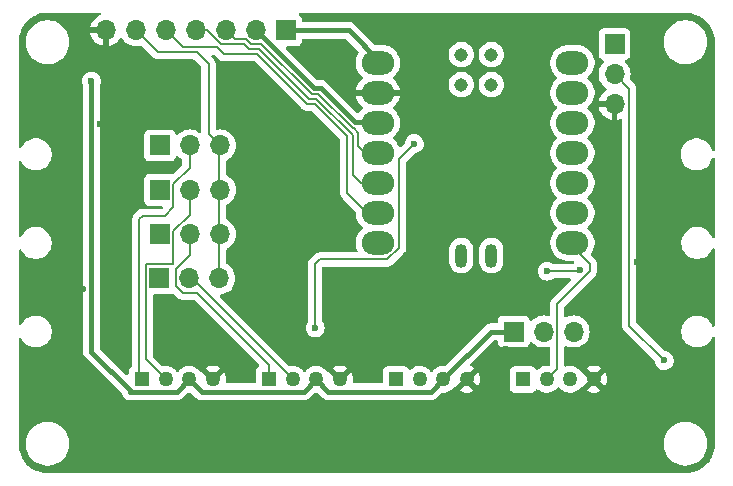
<source format=gbr>
%TF.GenerationSoftware,KiCad,Pcbnew,8.0.5*%
%TF.CreationDate,2024-10-07T22:09:58+02:00*%
%TF.ProjectId,kerstboom,6b657273-7462-46f6-9f6d-2e6b69636164,rev?*%
%TF.SameCoordinates,Original*%
%TF.FileFunction,Copper,L2,Bot*%
%TF.FilePolarity,Positive*%
%FSLAX46Y46*%
G04 Gerber Fmt 4.6, Leading zero omitted, Abs format (unit mm)*
G04 Created by KiCad (PCBNEW 8.0.5) date 2024-10-07 22:09:58*
%MOMM*%
%LPD*%
G01*
G04 APERTURE LIST*
%TA.AperFunction,ComponentPad*%
%ADD10R,1.270000X1.270000*%
%TD*%
%TA.AperFunction,ComponentPad*%
%ADD11C,1.270000*%
%TD*%
%TA.AperFunction,ComponentPad*%
%ADD12R,1.700000X1.700000*%
%TD*%
%TA.AperFunction,ComponentPad*%
%ADD13O,1.700000X1.700000*%
%TD*%
%TA.AperFunction,ComponentPad*%
%ADD14O,2.748280X1.998980*%
%TD*%
%TA.AperFunction,SMDPad,CuDef*%
%ADD15O,1.016000X2.032000*%
%TD*%
%TA.AperFunction,SMDPad,CuDef*%
%ADD16C,1.143000*%
%TD*%
%TA.AperFunction,ViaPad*%
%ADD17C,0.600000*%
%TD*%
%TA.AperFunction,Conductor*%
%ADD18C,0.200000*%
%TD*%
%TA.AperFunction,Conductor*%
%ADD19C,0.400000*%
%TD*%
G04 APERTURE END LIST*
D10*
%TO.P,J2,1,1*%
%TO.N,SCL*%
X132250260Y-100549880D03*
D11*
%TO.P,J2,2,2*%
%TO.N,SDA*%
X134251780Y-100550000D03*
%TO.P,J2,3,3*%
%TO.N,+3.3V*%
X136248220Y-100550000D03*
%TO.P,J2,4,4*%
%TO.N,GND*%
X138249740Y-100550000D03*
%TD*%
D12*
%TO.P,JP10,1,A*%
%TO.N,/Led Driver*%
X112250000Y-80750000D03*
D13*
%TO.P,JP10,2,C*%
%TO.N,AD0*%
X114790000Y-80750000D03*
%TO.P,JP10,3,B*%
%TO.N,/SPI CS*%
X117330000Y-80750000D03*
%TD*%
D12*
%TO.P,JP12,1,A*%
%TO.N,/Led Driver*%
X112250000Y-88250000D03*
D13*
%TO.P,JP12,2,C*%
%TO.N,AD2*%
X114790000Y-88250000D03*
%TO.P,JP12,3,B*%
%TO.N,/SPI CS*%
X117330000Y-88250000D03*
%TD*%
D12*
%TO.P,JP1,1,A*%
%TO.N,+3.3V*%
X142210000Y-96500000D03*
D13*
%TO.P,JP1,2,C*%
%TO.N,/RS_Power*%
X144750000Y-96500000D03*
%TO.P,JP1,3,B*%
%TO.N,+5V*%
X147290000Y-96500000D03*
%TD*%
D12*
%TO.P,J6,1,Pin_1*%
%TO.N,+5V*%
X150750000Y-72175000D03*
D13*
%TO.P,J6,2,Pin_2*%
%TO.N,/L-OUT*%
X150750000Y-74715000D03*
%TO.P,J6,3,Pin_3*%
%TO.N,GND*%
X150750000Y-77255000D03*
%TD*%
D10*
%TO.P,J4,1,1*%
%TO.N,AD2*%
X121500000Y-100549880D03*
D11*
%TO.P,J4,2,2*%
%TO.N,AD3*%
X123501520Y-100550000D03*
%TO.P,J4,3,3*%
%TO.N,+3.3V*%
X125497960Y-100550000D03*
%TO.P,J4,4,4*%
%TO.N,GND*%
X127499480Y-100550000D03*
%TD*%
D14*
%TO.P,U1,1,PA02_A0_D0*%
%TO.N,AD0*%
X147181290Y-73750000D03*
%TO.P,U1,2,PA4_A1_D1*%
%TO.N,AD1*%
X147181290Y-76290000D03*
%TO.P,U1,3,PA10_A2_D2*%
%TO.N,AD2*%
X147181290Y-78830000D03*
%TO.P,U1,4,PA11_A3_D3*%
%TO.N,AD3*%
X147181290Y-81370000D03*
%TO.P,U1,5,PA8_A4_D4_SDA*%
%TO.N,SDA*%
X147181290Y-83910000D03*
%TO.P,U1,6,PA9_A5_D5_SCL*%
%TO.N,SCL*%
X147181290Y-86450000D03*
%TO.P,U1,7,PB08_A6_D6_TX*%
%TO.N,TX*%
X147181290Y-88990000D03*
%TO.P,U1,8,PB09_A7_D7_RX*%
%TO.N,RX*%
X130716730Y-88990000D03*
%TO.P,U1,9,PA7_A8_D8_SCK*%
%TO.N,SCK*%
X130716730Y-86450000D03*
%TO.P,U1,10,PA5_A9_D9_MISO*%
%TO.N,MISO*%
X130716730Y-83910000D03*
%TO.P,U1,11,PA6_A10_D10_MOSI*%
%TO.N,MOSI*%
X130716730Y-81370000D03*
%TO.P,U1,12,3V3*%
%TO.N,+3.3V*%
X130716730Y-78830000D03*
%TO.P,U1,13,GND*%
%TO.N,GND*%
X130716730Y-76290000D03*
%TO.P,U1,14,5V*%
%TO.N,+5V*%
X130716730Y-73750000D03*
D15*
%TO.P,U1,15,5V*%
%TO.N,unconnected-(U1-5V-Pad15)*%
X140314410Y-90067820D03*
%TO.P,U1,16,GND*%
%TO.N,unconnected-(U1-GND-Pad16)*%
X137764410Y-90067820D03*
D16*
%TO.P,U1,17,PA31_SWDIO*%
%TO.N,unconnected-(U1-PA31_SWDIO-Pad17)*%
X140315607Y-73063633D03*
%TO.P,U1,18,PA30_SWCLK*%
%TO.N,unconnected-(U1-PA30_SWCLK-Pad18)*%
X137775607Y-73063633D03*
%TO.P,U1,19,RESET*%
%TO.N,unconnected-(U1-RESET-Pad19)*%
X140315607Y-75603633D03*
%TO.P,U1,20,GND*%
%TO.N,unconnected-(U1-GND-Pad20)*%
X137775607Y-75603633D03*
%TD*%
D12*
%TO.P,J5,1,Pin_1*%
%TO.N,+5V*%
X122950000Y-71000000D03*
D13*
%TO.P,J5,2,Pin_2*%
%TO.N,+3.3V*%
X120410000Y-71000000D03*
%TO.P,J5,3,Pin_3*%
%TO.N,MOSI*%
X117870000Y-71000000D03*
%TO.P,J5,4,Pin_4*%
%TO.N,MISO*%
X115330000Y-71000000D03*
%TO.P,J5,5,Pin_5*%
%TO.N,SCK*%
X112790000Y-71000000D03*
%TO.P,J5,6,Pin_6*%
%TO.N,/SPI CS*%
X110250000Y-71000000D03*
%TO.P,J5,7,Pin_7*%
%TO.N,GND*%
X107710000Y-71000000D03*
%TD*%
D12*
%TO.P,JP11,1,A*%
%TO.N,/Led Driver*%
X112250000Y-84500000D03*
D13*
%TO.P,JP11,2,C*%
%TO.N,AD1*%
X114790000Y-84500000D03*
%TO.P,JP11,3,B*%
%TO.N,/SPI CS*%
X117330000Y-84500000D03*
%TD*%
D10*
%TO.P,J1,1,1*%
%TO.N,RX*%
X143000260Y-100549880D03*
D11*
%TO.P,J1,2,2*%
%TO.N,TX*%
X145001780Y-100550000D03*
%TO.P,J1,3,3*%
%TO.N,/RS_Power*%
X146998220Y-100550000D03*
%TO.P,J1,4,4*%
%TO.N,GND*%
X148999740Y-100550000D03*
%TD*%
D10*
%TO.P,J3,1,1*%
%TO.N,AD0*%
X110750520Y-100549880D03*
D11*
%TO.P,J3,2,2*%
%TO.N,AD1*%
X112752040Y-100550000D03*
%TO.P,J3,3,3*%
%TO.N,+3.3V*%
X114748480Y-100550000D03*
%TO.P,J3,4,4*%
%TO.N,GND*%
X116750000Y-100550000D03*
%TD*%
D12*
%TO.P,JP13,1,A*%
%TO.N,/Led Driver*%
X112210000Y-92000000D03*
D13*
%TO.P,JP13,2,C*%
%TO.N,AD3*%
X114750000Y-92000000D03*
%TO.P,JP13,3,B*%
%TO.N,/SPI CS*%
X117290000Y-92000000D03*
%TD*%
D17*
%TO.N,GND*%
X107200000Y-78950000D03*
X147600000Y-99200000D03*
X141550000Y-98000000D03*
X112800000Y-78400000D03*
X132000000Y-92800000D03*
X140100000Y-84300000D03*
X120350000Y-75800000D03*
X126340861Y-99308422D03*
X148900000Y-93650000D03*
X124855060Y-73965722D03*
X109050000Y-93500000D03*
X101050000Y-85350000D03*
X125621521Y-84778478D03*
X157350000Y-85500000D03*
X130700000Y-102550000D03*
X139000000Y-106650000D03*
X101000000Y-93200000D03*
X111700000Y-74050000D03*
X104750000Y-103000000D03*
X140470064Y-93121866D03*
X117700000Y-98700000D03*
X147800000Y-106200000D03*
X152650000Y-90573346D03*
X137000000Y-84050000D03*
X109100000Y-86400000D03*
X126900000Y-88400000D03*
X105350000Y-69950000D03*
X133925000Y-73900000D03*
X113900000Y-94950000D03*
X127200000Y-92600000D03*
X152475000Y-103625000D03*
X105000000Y-75000000D03*
X144650000Y-82250000D03*
X129000000Y-99500000D03*
X150600000Y-84600000D03*
X120945405Y-107206066D03*
X101100000Y-78000000D03*
X135900000Y-85350000D03*
X158500000Y-101800000D03*
X126000000Y-72300000D03*
X141850000Y-78300000D03*
X118000000Y-102900000D03*
X156650000Y-76050000D03*
X152950000Y-70550000D03*
X157000000Y-93250000D03*
X142800000Y-87550000D03*
X135700000Y-78650000D03*
X120350000Y-102950000D03*
X152950000Y-86659007D03*
X105710000Y-92917254D03*
X143950000Y-70200000D03*
X112600000Y-105800000D03*
X143700000Y-103300000D03*
%TO.N,+3.3V*%
X106460000Y-75300000D03*
%TO.N,/L6-L7*%
X133800000Y-80600000D03*
X125400000Y-96200000D03*
%TO.N,/L9-L10*%
X147849556Y-91281204D03*
X145040000Y-91390000D03*
%TO.N,/L-OUT*%
X154950000Y-98950000D03*
%TD*%
D18*
%TO.N,AD1*%
X114790000Y-86623654D02*
X113400000Y-88013654D01*
X114790000Y-84500000D02*
X114790000Y-86623654D01*
X111060000Y-98857960D02*
X112752040Y-100550000D01*
X111110000Y-90800000D02*
X111060000Y-90850000D01*
X111060000Y-90850000D02*
X111060000Y-98857960D01*
X113400000Y-90800000D02*
X111110000Y-90800000D01*
X113400000Y-88013654D02*
X113400000Y-90800000D01*
%TO.N,AD3*%
X114951520Y-92000000D02*
X114750000Y-92000000D01*
X123501520Y-100550000D02*
X114951520Y-92000000D01*
%TO.N,AD2*%
X114790000Y-88250000D02*
X114790000Y-90010000D01*
X115375060Y-93224940D02*
X114175060Y-93224940D01*
X113600000Y-91200000D02*
X113600000Y-92649880D01*
X113600000Y-92649880D02*
X114175060Y-93224940D01*
X121500000Y-100549880D02*
X121500000Y-99300000D01*
X121500000Y-99300000D02*
X115400000Y-93200000D01*
X114790000Y-90010000D02*
X113600000Y-91200000D01*
X115400000Y-93200000D02*
X115375060Y-93224940D01*
%TO.N,TX*%
X146881290Y-88990000D02*
X148650000Y-90758710D01*
X148310000Y-88990000D02*
X146881290Y-88990000D01*
X145900000Y-94150000D02*
X145900000Y-99651780D01*
X145900000Y-99651780D02*
X145001780Y-100550000D01*
X148650000Y-90758710D02*
X148650000Y-91400000D01*
X148650000Y-91400000D02*
X145900000Y-94150000D01*
D19*
%TO.N,+5V*%
X131016730Y-73750000D02*
X128266730Y-71000000D01*
X128266730Y-71000000D02*
X122950000Y-71000000D01*
%TO.N,+3.3V*%
X106460000Y-98195000D02*
X109715640Y-101450640D01*
X124463080Y-101584880D02*
X115783360Y-101584880D01*
X130990000Y-78803270D02*
X128791749Y-78803270D01*
X106460000Y-75300000D02*
X106460000Y-98195000D01*
X125497960Y-100550000D02*
X124463080Y-101584880D01*
X109715640Y-101585000D02*
X113713480Y-101585000D01*
X140298220Y-96500000D02*
X136248220Y-100550000D01*
X125497960Y-100550000D02*
X126532960Y-101585000D01*
X128791749Y-78803270D02*
X125888479Y-75900000D01*
X131016730Y-78830000D02*
X130990000Y-78803270D01*
X142210000Y-96500000D02*
X140298220Y-96500000D01*
X125310000Y-75900000D02*
X120410000Y-71000000D01*
X113713480Y-101585000D02*
X114748480Y-100550000D01*
X125888479Y-75900000D02*
X125310000Y-75900000D01*
X115783360Y-101584880D02*
X114748480Y-100550000D01*
X109715640Y-101450640D02*
X109715640Y-101585000D01*
X135213220Y-101585000D02*
X136248220Y-100550000D01*
X126532960Y-101585000D02*
X135213220Y-101585000D01*
D18*
%TO.N,MOSI*%
X129050000Y-80800000D02*
X129050000Y-79653270D01*
X119533654Y-71750000D02*
X119933654Y-72150000D01*
X120850000Y-72150000D02*
X125100000Y-76400000D01*
X128584642Y-79303270D02*
X128700000Y-79303270D01*
X129620000Y-81370000D02*
X129050000Y-80800000D01*
X117870000Y-71000000D02*
X118620000Y-71750000D01*
X118620000Y-71750000D02*
X119533654Y-71750000D01*
X129050000Y-79653270D02*
X128700000Y-79303270D01*
X125100000Y-76400000D02*
X125681372Y-76400000D01*
X125681372Y-76400000D02*
X128584642Y-79303270D01*
X119933654Y-72150000D02*
X120850000Y-72150000D01*
X131016730Y-81370000D02*
X129620000Y-81370000D01*
%TO.N,SCK*%
X131016730Y-86450000D02*
X129800000Y-86450000D01*
X128125000Y-84775000D02*
X128125000Y-79975000D01*
X124700000Y-77200000D02*
X120500000Y-73000000D01*
X129800000Y-86450000D02*
X128125000Y-84775000D01*
X117127969Y-72450000D02*
X114240000Y-72450000D01*
X117677969Y-73000000D02*
X117127969Y-72450000D01*
X125350000Y-77200000D02*
X124700000Y-77200000D01*
X114240000Y-72450000D02*
X112790000Y-71000000D01*
X128125000Y-79975000D02*
X125350000Y-77200000D01*
X120500000Y-73000000D02*
X117677969Y-73000000D01*
%TO.N,MISO*%
X129260000Y-83910000D02*
X128573365Y-83223365D01*
X128573365Y-79857679D02*
X125515686Y-76800000D01*
X116243654Y-71000000D02*
X115330000Y-71000000D01*
X128573365Y-83223365D02*
X128573365Y-79857679D01*
X131016730Y-83910000D02*
X129260000Y-83910000D01*
X120615686Y-72550000D02*
X119767968Y-72550000D01*
X117393654Y-72150000D02*
X116243654Y-71000000D01*
X124865686Y-76800000D02*
X120615686Y-72550000D01*
X119767968Y-72550000D02*
X119367968Y-72150000D01*
X119367968Y-72150000D02*
X117393654Y-72150000D01*
X125515686Y-76800000D02*
X124865686Y-76800000D01*
%TO.N,AD0*%
X114770000Y-82630000D02*
X113400000Y-84000000D01*
X112700000Y-86700000D02*
X110800000Y-86700000D01*
X114770000Y-80770000D02*
X114770000Y-82630000D01*
X113400000Y-86000000D02*
X112700000Y-86700000D01*
X110800000Y-86700000D02*
X110500000Y-87000000D01*
X113400000Y-84000000D02*
X113400000Y-86000000D01*
X114790000Y-80750000D02*
X114770000Y-80770000D01*
X110500000Y-100299360D02*
X110750520Y-100549880D01*
X110500000Y-87000000D02*
X110500000Y-100299360D01*
%TO.N,/SPI CS*%
X117290000Y-92000000D02*
X117290000Y-80790000D01*
X110250000Y-71000000D02*
X112100000Y-72850000D01*
X115400000Y-72850000D02*
X115475000Y-72925000D01*
X115475000Y-72950000D02*
X116375000Y-73850000D01*
X116375000Y-73850000D02*
X116375000Y-79795000D01*
X116375000Y-79795000D02*
X117330000Y-80750000D01*
X115475000Y-72925000D02*
X115475000Y-72950000D01*
X117290000Y-80790000D02*
X117330000Y-80750000D01*
X112100000Y-72850000D02*
X115400000Y-72850000D01*
%TO.N,/L6-L7*%
X125400000Y-90800000D02*
X125800000Y-90400000D01*
X125800000Y-90400000D02*
X131519136Y-90400000D01*
X132509568Y-81890432D02*
X132509568Y-89409568D01*
X133800000Y-80600000D02*
X132509568Y-81890432D01*
X125400000Y-96200000D02*
X125400000Y-90800000D01*
X131519136Y-90400000D02*
X132509568Y-89409568D01*
%TO.N,/L9-L10*%
X145040000Y-91390000D02*
X147740760Y-91390000D01*
X147740760Y-91390000D02*
X147849556Y-91281204D01*
%TO.N,/L-OUT*%
X150750000Y-74715000D02*
X152000000Y-75965000D01*
X152000000Y-96000000D02*
X154950000Y-98950000D01*
X152000000Y-76565000D02*
X152000000Y-96000000D01*
X152000000Y-75965000D02*
X152000000Y-76565000D01*
%TD*%
%TA.AperFunction,Conductor*%
%TO.N,GND*%
G36*
X107239027Y-69520185D02*
G01*
X107284782Y-69572989D01*
X107294726Y-69642147D01*
X107265701Y-69705703D01*
X107224393Y-69736882D01*
X107032422Y-69826399D01*
X107032420Y-69826400D01*
X106838926Y-69961886D01*
X106838920Y-69961891D01*
X106671891Y-70128920D01*
X106671886Y-70128926D01*
X106536400Y-70322420D01*
X106536399Y-70322422D01*
X106436570Y-70536507D01*
X106436567Y-70536513D01*
X106379364Y-70749999D01*
X106379364Y-70750000D01*
X107276988Y-70750000D01*
X107244075Y-70807007D01*
X107210000Y-70934174D01*
X107210000Y-71065826D01*
X107244075Y-71192993D01*
X107276988Y-71250000D01*
X106379364Y-71250000D01*
X106436567Y-71463486D01*
X106436570Y-71463492D01*
X106536399Y-71677578D01*
X106671894Y-71871082D01*
X106838917Y-72038105D01*
X107032421Y-72173600D01*
X107246507Y-72273429D01*
X107246516Y-72273433D01*
X107460000Y-72330634D01*
X107460000Y-71433012D01*
X107517007Y-71465925D01*
X107644174Y-71500000D01*
X107775826Y-71500000D01*
X107902993Y-71465925D01*
X107960000Y-71433012D01*
X107960000Y-72330633D01*
X108173483Y-72273433D01*
X108173492Y-72273429D01*
X108387578Y-72173600D01*
X108581082Y-72038105D01*
X108748105Y-71871082D01*
X108878119Y-71685405D01*
X108932696Y-71641781D01*
X109002195Y-71634588D01*
X109064549Y-71666110D01*
X109081269Y-71685405D01*
X109211505Y-71871401D01*
X109378599Y-72038495D01*
X109466303Y-72099906D01*
X109572165Y-72174032D01*
X109572167Y-72174033D01*
X109572170Y-72174035D01*
X109786337Y-72273903D01*
X110014592Y-72335063D01*
X110194634Y-72350815D01*
X110249999Y-72355659D01*
X110250000Y-72355659D01*
X110250001Y-72355659D01*
X110305366Y-72350815D01*
X110485408Y-72335063D01*
X110613757Y-72300672D01*
X110683606Y-72302335D01*
X110733531Y-72332766D01*
X111615139Y-73214374D01*
X111615149Y-73214385D01*
X111619479Y-73218715D01*
X111619480Y-73218716D01*
X111731284Y-73330520D01*
X111816878Y-73379937D01*
X111868215Y-73409577D01*
X112020943Y-73450500D01*
X115074903Y-73450500D01*
X115141942Y-73470185D01*
X115162584Y-73486819D01*
X115738181Y-74062416D01*
X115771666Y-74123739D01*
X115774500Y-74150097D01*
X115774500Y-79552495D01*
X115754815Y-79619534D01*
X115702011Y-79665289D01*
X115632853Y-79675233D01*
X115579377Y-79654070D01*
X115467834Y-79575967D01*
X115467830Y-79575965D01*
X115467828Y-79575964D01*
X115253663Y-79476097D01*
X115253659Y-79476096D01*
X115253655Y-79476094D01*
X115025413Y-79414938D01*
X115025403Y-79414936D01*
X114790001Y-79394341D01*
X114789999Y-79394341D01*
X114554596Y-79414936D01*
X114554586Y-79414938D01*
X114326344Y-79476094D01*
X114326335Y-79476098D01*
X114112171Y-79575964D01*
X114112169Y-79575965D01*
X113918600Y-79711503D01*
X113796673Y-79833430D01*
X113735350Y-79866914D01*
X113665658Y-79861930D01*
X113609725Y-79820058D01*
X113592810Y-79789081D01*
X113543797Y-79657671D01*
X113543793Y-79657664D01*
X113457547Y-79542455D01*
X113457544Y-79542452D01*
X113342335Y-79456206D01*
X113342328Y-79456202D01*
X113207482Y-79405908D01*
X113207483Y-79405908D01*
X113147883Y-79399501D01*
X113147881Y-79399500D01*
X113147873Y-79399500D01*
X113147864Y-79399500D01*
X111352129Y-79399500D01*
X111352123Y-79399501D01*
X111292516Y-79405908D01*
X111157671Y-79456202D01*
X111157664Y-79456206D01*
X111042455Y-79542452D01*
X111042452Y-79542455D01*
X110956206Y-79657664D01*
X110956202Y-79657671D01*
X110905908Y-79792517D01*
X110899501Y-79852116D01*
X110899500Y-79852135D01*
X110899500Y-81647870D01*
X110899501Y-81647876D01*
X110905908Y-81707483D01*
X110956202Y-81842328D01*
X110956206Y-81842335D01*
X111042452Y-81957544D01*
X111042455Y-81957547D01*
X111157664Y-82043793D01*
X111157671Y-82043797D01*
X111292517Y-82094091D01*
X111292516Y-82094091D01*
X111299444Y-82094835D01*
X111352127Y-82100500D01*
X113147872Y-82100499D01*
X113207483Y-82094091D01*
X113342331Y-82043796D01*
X113457546Y-81957546D01*
X113543796Y-81842331D01*
X113592810Y-81710916D01*
X113634681Y-81654984D01*
X113700145Y-81630566D01*
X113768418Y-81645417D01*
X113796673Y-81666569D01*
X113918599Y-81788495D01*
X114000759Y-81846024D01*
X114116604Y-81927140D01*
X114114600Y-81930000D01*
X114153409Y-81967638D01*
X114169500Y-82028725D01*
X114169500Y-82329902D01*
X114149815Y-82396941D01*
X114133181Y-82417583D01*
X113400303Y-83150460D01*
X113338980Y-83183945D01*
X113269289Y-83178961D01*
X113207482Y-83155908D01*
X113207483Y-83155908D01*
X113147883Y-83149501D01*
X113147881Y-83149500D01*
X113147873Y-83149500D01*
X113147864Y-83149500D01*
X111352129Y-83149500D01*
X111352123Y-83149501D01*
X111292516Y-83155908D01*
X111157671Y-83206202D01*
X111157664Y-83206206D01*
X111042455Y-83292452D01*
X111042452Y-83292455D01*
X110956206Y-83407664D01*
X110956202Y-83407671D01*
X110905908Y-83542517D01*
X110899501Y-83602116D01*
X110899500Y-83602135D01*
X110899500Y-85397870D01*
X110899501Y-85397876D01*
X110905908Y-85457483D01*
X110956202Y-85592328D01*
X110956206Y-85592335D01*
X111042452Y-85707544D01*
X111042455Y-85707547D01*
X111157664Y-85793793D01*
X111157671Y-85793797D01*
X111292517Y-85844091D01*
X111292516Y-85844091D01*
X111299444Y-85844835D01*
X111352127Y-85850500D01*
X112400903Y-85850499D01*
X112467942Y-85870183D01*
X112513697Y-85922987D01*
X112523641Y-85992146D01*
X112494616Y-86055702D01*
X112488628Y-86062136D01*
X112487628Y-86063137D01*
X112426322Y-86096653D01*
X112399903Y-86099500D01*
X110879057Y-86099500D01*
X110720943Y-86099500D01*
X110568215Y-86140423D01*
X110568214Y-86140423D01*
X110568212Y-86140424D01*
X110568209Y-86140425D01*
X110518096Y-86169359D01*
X110518095Y-86169360D01*
X110474689Y-86194420D01*
X110431285Y-86219479D01*
X110431282Y-86219481D01*
X110019481Y-86631282D01*
X110019480Y-86631284D01*
X109990324Y-86681784D01*
X109940423Y-86768215D01*
X109899499Y-86920943D01*
X109899499Y-86920945D01*
X109899499Y-87089046D01*
X109899500Y-87089059D01*
X109899500Y-99389318D01*
X109879815Y-99456357D01*
X109849811Y-99488584D01*
X109757975Y-99557332D01*
X109757972Y-99557335D01*
X109671726Y-99672544D01*
X109671722Y-99672551D01*
X109621428Y-99807397D01*
X109615021Y-99866996D01*
X109615020Y-99867015D01*
X109615020Y-100060001D01*
X109595335Y-100127040D01*
X109542531Y-100172795D01*
X109473373Y-100182739D01*
X109409817Y-100153714D01*
X109403339Y-100147682D01*
X107196819Y-97941162D01*
X107163334Y-97879839D01*
X107160500Y-97853481D01*
X107160500Y-75725493D01*
X107179508Y-75659519D01*
X107185787Y-75649525D01*
X107185786Y-75649525D01*
X107185789Y-75649522D01*
X107245368Y-75479255D01*
X107245369Y-75479249D01*
X107265565Y-75300003D01*
X107265565Y-75299996D01*
X107245369Y-75120750D01*
X107245368Y-75120745D01*
X107225858Y-75064990D01*
X107185789Y-74950478D01*
X107089816Y-74797738D01*
X106962262Y-74670184D01*
X106914075Y-74639906D01*
X106809523Y-74574211D01*
X106639254Y-74514631D01*
X106639249Y-74514630D01*
X106460004Y-74494435D01*
X106459996Y-74494435D01*
X106280750Y-74514630D01*
X106280745Y-74514631D01*
X106110476Y-74574211D01*
X105957737Y-74670184D01*
X105830184Y-74797737D01*
X105734211Y-74950476D01*
X105674631Y-75120745D01*
X105674630Y-75120750D01*
X105654435Y-75299996D01*
X105654435Y-75300003D01*
X105674630Y-75479249D01*
X105674631Y-75479254D01*
X105734212Y-75649525D01*
X105740492Y-75659519D01*
X105759500Y-75725493D01*
X105759500Y-98126006D01*
X105759500Y-98263994D01*
X105759500Y-98263996D01*
X105759499Y-98263996D01*
X105786418Y-98399322D01*
X105786421Y-98399332D01*
X105839222Y-98526807D01*
X105915887Y-98641545D01*
X105915888Y-98641546D01*
X109010686Y-101736343D01*
X109039204Y-101783918D01*
X109039729Y-101783701D01*
X109041194Y-101787238D01*
X109041664Y-101788022D01*
X109042061Y-101789332D01*
X109094861Y-101916804D01*
X109094868Y-101916817D01*
X109171525Y-102031541D01*
X109171528Y-102031545D01*
X109269094Y-102129111D01*
X109269098Y-102129114D01*
X109383822Y-102205771D01*
X109383835Y-102205778D01*
X109511017Y-102258458D01*
X109511312Y-102258580D01*
X109511316Y-102258580D01*
X109511317Y-102258581D01*
X109646644Y-102285500D01*
X109646647Y-102285500D01*
X113782476Y-102285500D01*
X113891495Y-102263814D01*
X113917808Y-102258580D01*
X113981549Y-102232177D01*
X114045287Y-102205777D01*
X114045288Y-102205776D01*
X114045291Y-102205775D01*
X114160023Y-102129114D01*
X114567317Y-101721818D01*
X114628640Y-101688334D01*
X114654998Y-101685500D01*
X114841962Y-101685500D01*
X114909001Y-101705185D01*
X114929643Y-101721819D01*
X115239246Y-102031422D01*
X115336817Y-102128993D01*
X115336819Y-102128995D01*
X115451542Y-102205651D01*
X115451546Y-102205653D01*
X115451549Y-102205655D01*
X115526226Y-102236587D01*
X115526227Y-102236587D01*
X115526229Y-102236589D01*
X115579026Y-102258458D01*
X115579031Y-102258460D01*
X115579040Y-102258461D01*
X115579041Y-102258462D01*
X115605905Y-102263805D01*
X115605911Y-102263806D01*
X115605951Y-102263814D01*
X115696297Y-102281785D01*
X115714366Y-102285380D01*
X115714367Y-102285380D01*
X124532076Y-102285380D01*
X124640537Y-102263805D01*
X124667408Y-102258460D01*
X124731149Y-102232057D01*
X124794887Y-102205657D01*
X124794888Y-102205656D01*
X124794891Y-102205655D01*
X124909623Y-102128994D01*
X125316797Y-101721817D01*
X125378118Y-101688334D01*
X125404477Y-101685500D01*
X125591441Y-101685500D01*
X125658480Y-101705185D01*
X125679122Y-101721819D01*
X126086413Y-102129111D01*
X126086414Y-102129112D01*
X126201152Y-102205777D01*
X126328337Y-102258458D01*
X126328632Y-102258580D01*
X126328636Y-102258580D01*
X126328637Y-102258581D01*
X126463963Y-102285500D01*
X126463966Y-102285500D01*
X135282216Y-102285500D01*
X135391235Y-102263814D01*
X135417548Y-102258580D01*
X135481289Y-102232177D01*
X135545027Y-102205777D01*
X135545028Y-102205776D01*
X135545031Y-102205775D01*
X135659763Y-102129114D01*
X136067057Y-101721818D01*
X136128380Y-101688334D01*
X136154738Y-101685500D01*
X136353438Y-101685500D01*
X136353440Y-101685500D01*
X136560296Y-101646832D01*
X136756524Y-101570813D01*
X136935443Y-101460031D01*
X137090960Y-101318259D01*
X137174590Y-101207514D01*
X137230695Y-101165882D01*
X137282126Y-101158542D01*
X137287285Y-101158900D01*
X137850960Y-100595226D01*
X137850960Y-100602500D01*
X137878136Y-100703923D01*
X137930637Y-100794857D01*
X138004883Y-100869103D01*
X138095817Y-100921604D01*
X138197240Y-100948780D01*
X138204513Y-100948780D01*
X137643627Y-101509663D01*
X137741658Y-101570362D01*
X137741660Y-101570363D01*
X137937803Y-101646348D01*
X138144569Y-101685000D01*
X138354911Y-101685000D01*
X138561675Y-101646348D01*
X138561676Y-101646348D01*
X138757819Y-101570363D01*
X138757820Y-101570362D01*
X138855850Y-101509664D01*
X138855851Y-101509663D01*
X138294968Y-100948780D01*
X138302240Y-100948780D01*
X138403663Y-100921604D01*
X138494597Y-100869103D01*
X138568843Y-100794857D01*
X138621344Y-100703923D01*
X138648520Y-100602500D01*
X138648520Y-100595227D01*
X139212192Y-101158899D01*
X139212193Y-101158899D01*
X139218868Y-101150061D01*
X139312628Y-100961769D01*
X139370194Y-100759444D01*
X139389602Y-100550000D01*
X139389602Y-100549999D01*
X139370194Y-100340555D01*
X139312628Y-100138230D01*
X139218870Y-99949941D01*
X139218868Y-99949937D01*
X139212193Y-99941099D01*
X139212192Y-99941098D01*
X138648520Y-100504771D01*
X138648520Y-100497500D01*
X138621344Y-100396077D01*
X138568843Y-100305143D01*
X138494597Y-100230897D01*
X138403663Y-100178396D01*
X138302240Y-100151220D01*
X138294967Y-100151220D01*
X138855851Y-99590335D01*
X138855850Y-99590334D01*
X138757823Y-99529638D01*
X138757817Y-99529635D01*
X138575906Y-99459163D01*
X138520504Y-99416590D01*
X138496914Y-99350823D01*
X138512625Y-99282743D01*
X138533011Y-99255864D01*
X140552058Y-97236819D01*
X140613381Y-97203334D01*
X140639739Y-97200500D01*
X140735501Y-97200500D01*
X140802540Y-97220185D01*
X140848295Y-97272989D01*
X140859501Y-97324500D01*
X140859501Y-97397876D01*
X140865908Y-97457483D01*
X140916202Y-97592328D01*
X140916206Y-97592335D01*
X141002452Y-97707544D01*
X141002455Y-97707547D01*
X141117664Y-97793793D01*
X141117671Y-97793797D01*
X141252517Y-97844091D01*
X141252516Y-97844091D01*
X141259444Y-97844835D01*
X141312127Y-97850500D01*
X143107872Y-97850499D01*
X143167483Y-97844091D01*
X143302331Y-97793796D01*
X143417546Y-97707546D01*
X143503796Y-97592331D01*
X143552810Y-97460916D01*
X143594681Y-97404984D01*
X143660145Y-97380566D01*
X143728418Y-97395417D01*
X143756673Y-97416569D01*
X143878599Y-97538495D01*
X143960499Y-97595842D01*
X144072165Y-97674032D01*
X144072167Y-97674033D01*
X144072170Y-97674035D01*
X144286337Y-97773903D01*
X144514592Y-97835063D01*
X144691034Y-97850500D01*
X144749999Y-97855659D01*
X144750000Y-97855659D01*
X144750001Y-97855659D01*
X144808966Y-97850500D01*
X144985408Y-97835063D01*
X145139417Y-97793797D01*
X145143407Y-97792728D01*
X145213257Y-97794391D01*
X145271119Y-97833554D01*
X145298623Y-97897782D01*
X145299500Y-97912503D01*
X145299500Y-99301156D01*
X145279815Y-99368195D01*
X145227011Y-99413950D01*
X145157853Y-99423894D01*
X145152717Y-99423045D01*
X145107001Y-99414500D01*
X145107000Y-99414500D01*
X144896560Y-99414500D01*
X144689704Y-99453168D01*
X144689701Y-99453168D01*
X144689701Y-99453169D01*
X144493478Y-99529185D01*
X144493472Y-99529188D01*
X144314560Y-99639966D01*
X144261028Y-99688766D01*
X144198223Y-99719382D01*
X144128836Y-99711183D01*
X144078225Y-99671438D01*
X143992807Y-99557335D01*
X143992804Y-99557332D01*
X143877595Y-99471086D01*
X143877588Y-99471082D01*
X143742742Y-99420788D01*
X143742743Y-99420788D01*
X143683143Y-99414381D01*
X143683141Y-99414380D01*
X143683133Y-99414380D01*
X143683124Y-99414380D01*
X142317389Y-99414380D01*
X142317383Y-99414381D01*
X142257776Y-99420788D01*
X142122931Y-99471082D01*
X142122924Y-99471086D01*
X142007715Y-99557332D01*
X142007712Y-99557335D01*
X141921466Y-99672544D01*
X141921462Y-99672551D01*
X141871168Y-99807397D01*
X141864761Y-99866996D01*
X141864760Y-99867015D01*
X141864760Y-101232750D01*
X141864761Y-101232756D01*
X141871168Y-101292363D01*
X141921462Y-101427208D01*
X141921466Y-101427215D01*
X142007712Y-101542424D01*
X142007715Y-101542427D01*
X142122924Y-101628673D01*
X142122931Y-101628677D01*
X142257777Y-101678971D01*
X142257776Y-101678971D01*
X142264704Y-101679715D01*
X142317387Y-101685380D01*
X143683132Y-101685379D01*
X143742743Y-101678971D01*
X143877591Y-101628676D01*
X143992806Y-101542426D01*
X144078119Y-101428461D01*
X144134052Y-101386592D01*
X144203744Y-101381608D01*
X144260920Y-101411135D01*
X144314557Y-101460031D01*
X144314559Y-101460032D01*
X144314560Y-101460033D01*
X144493472Y-101570811D01*
X144493478Y-101570814D01*
X144535048Y-101586918D01*
X144689704Y-101646832D01*
X144896560Y-101685500D01*
X144896562Y-101685500D01*
X145106998Y-101685500D01*
X145107000Y-101685500D01*
X145313856Y-101646832D01*
X145510084Y-101570813D01*
X145689003Y-101460031D01*
X145844520Y-101318259D01*
X145901046Y-101243405D01*
X145957155Y-101201770D01*
X146026867Y-101197079D01*
X146088049Y-101230821D01*
X146098954Y-101243406D01*
X146155481Y-101318261D01*
X146310996Y-101460030D01*
X146310998Y-101460032D01*
X146489912Y-101570811D01*
X146489918Y-101570814D01*
X146531488Y-101586918D01*
X146686144Y-101646832D01*
X146893000Y-101685500D01*
X146893002Y-101685500D01*
X147103438Y-101685500D01*
X147103440Y-101685500D01*
X147310296Y-101646832D01*
X147506524Y-101570813D01*
X147685443Y-101460031D01*
X147840960Y-101318259D01*
X147924590Y-101207514D01*
X147980695Y-101165882D01*
X148032126Y-101158542D01*
X148037285Y-101158900D01*
X148600960Y-100595226D01*
X148600960Y-100602500D01*
X148628136Y-100703923D01*
X148680637Y-100794857D01*
X148754883Y-100869103D01*
X148845817Y-100921604D01*
X148947240Y-100948780D01*
X148954513Y-100948780D01*
X148393627Y-101509663D01*
X148491658Y-101570362D01*
X148491660Y-101570363D01*
X148687803Y-101646348D01*
X148894569Y-101685000D01*
X149104911Y-101685000D01*
X149311675Y-101646348D01*
X149311676Y-101646348D01*
X149507819Y-101570363D01*
X149507820Y-101570362D01*
X149605850Y-101509664D01*
X149605851Y-101509663D01*
X149044968Y-100948780D01*
X149052240Y-100948780D01*
X149153663Y-100921604D01*
X149244597Y-100869103D01*
X149318843Y-100794857D01*
X149371344Y-100703923D01*
X149398520Y-100602500D01*
X149398520Y-100595227D01*
X149962192Y-101158899D01*
X149962193Y-101158899D01*
X149968868Y-101150061D01*
X150062628Y-100961769D01*
X150120194Y-100759444D01*
X150139602Y-100550000D01*
X150139602Y-100549999D01*
X150120194Y-100340555D01*
X150062628Y-100138230D01*
X149968870Y-99949941D01*
X149968868Y-99949937D01*
X149962193Y-99941099D01*
X149962192Y-99941098D01*
X149398520Y-100504771D01*
X149398520Y-100497500D01*
X149371344Y-100396077D01*
X149318843Y-100305143D01*
X149244597Y-100230897D01*
X149153663Y-100178396D01*
X149052240Y-100151220D01*
X149044968Y-100151220D01*
X149605851Y-99590335D01*
X149605850Y-99590334D01*
X149507823Y-99529638D01*
X149507817Y-99529636D01*
X149311676Y-99453651D01*
X149104911Y-99415000D01*
X148894569Y-99415000D01*
X148687804Y-99453651D01*
X148687803Y-99453651D01*
X148491663Y-99529635D01*
X148393627Y-99590335D01*
X148954513Y-100151220D01*
X148947240Y-100151220D01*
X148845817Y-100178396D01*
X148754883Y-100230897D01*
X148680637Y-100305143D01*
X148628136Y-100396077D01*
X148600960Y-100497500D01*
X148600960Y-100504773D01*
X148037285Y-99941098D01*
X148032127Y-99941456D01*
X147963885Y-99926461D01*
X147924587Y-99892481D01*
X147840958Y-99781738D01*
X147685443Y-99639969D01*
X147685441Y-99639967D01*
X147506527Y-99529188D01*
X147506521Y-99529185D01*
X147342273Y-99465556D01*
X147310296Y-99453168D01*
X147103440Y-99414500D01*
X146893000Y-99414500D01*
X146804717Y-99431003D01*
X146686137Y-99453169D01*
X146669290Y-99459696D01*
X146599667Y-99465556D01*
X146537928Y-99432844D01*
X146503675Y-99371947D01*
X146500500Y-99344068D01*
X146500500Y-97816603D01*
X146520185Y-97749564D01*
X146572989Y-97703809D01*
X146642147Y-97693865D01*
X146676901Y-97704220D01*
X146826337Y-97773903D01*
X147054592Y-97835063D01*
X147231034Y-97850500D01*
X147289999Y-97855659D01*
X147290000Y-97855659D01*
X147290001Y-97855659D01*
X147348966Y-97850500D01*
X147525408Y-97835063D01*
X147753663Y-97773903D01*
X147967830Y-97674035D01*
X148161401Y-97538495D01*
X148328495Y-97371401D01*
X148464035Y-97177830D01*
X148563903Y-96963663D01*
X148625063Y-96735408D01*
X148645659Y-96500000D01*
X148625063Y-96264592D01*
X148563903Y-96036337D01*
X148464035Y-95822171D01*
X148443036Y-95792180D01*
X148328494Y-95628597D01*
X148161402Y-95461506D01*
X148161395Y-95461501D01*
X147967834Y-95325967D01*
X147967830Y-95325965D01*
X147903096Y-95295779D01*
X147753663Y-95226097D01*
X147753659Y-95226096D01*
X147753655Y-95226094D01*
X147525413Y-95164938D01*
X147525403Y-95164936D01*
X147290001Y-95144341D01*
X147289999Y-95144341D01*
X147054596Y-95164936D01*
X147054586Y-95164938D01*
X146826344Y-95226094D01*
X146826335Y-95226097D01*
X146715565Y-95277751D01*
X146684040Y-95292452D01*
X146676905Y-95295779D01*
X146607828Y-95306271D01*
X146544044Y-95277751D01*
X146505804Y-95219275D01*
X146500500Y-95183397D01*
X146500500Y-94450096D01*
X146520185Y-94383057D01*
X146536814Y-94362420D01*
X149008506Y-91890727D01*
X149008511Y-91890724D01*
X149018714Y-91880520D01*
X149018716Y-91880520D01*
X149130520Y-91768716D01*
X149181440Y-91680519D01*
X149209577Y-91631785D01*
X149250500Y-91479058D01*
X149250500Y-91320943D01*
X149250500Y-90847770D01*
X149250501Y-90847757D01*
X149250501Y-90679654D01*
X149249294Y-90675149D01*
X149209577Y-90526926D01*
X149209573Y-90526919D01*
X149130524Y-90390000D01*
X149130518Y-90389992D01*
X148778167Y-90037641D01*
X148744682Y-89976318D01*
X148749666Y-89906626D01*
X148765526Y-89877081D01*
X148838846Y-89776166D01*
X148946035Y-89565796D01*
X149018995Y-89341248D01*
X149055930Y-89108052D01*
X149055930Y-88871948D01*
X149018995Y-88638752D01*
X148946035Y-88414204D01*
X148946033Y-88414201D01*
X148946033Y-88414199D01*
X148907146Y-88337880D01*
X148838846Y-88203834D01*
X148778092Y-88120213D01*
X148700073Y-88012828D01*
X148700069Y-88012823D01*
X148533114Y-87845868D01*
X148497947Y-87820319D01*
X148455281Y-87764990D01*
X148449300Y-87695377D01*
X148481905Y-87633581D01*
X148497947Y-87619681D01*
X148533114Y-87594131D01*
X148533114Y-87594130D01*
X148533118Y-87594128D01*
X148700068Y-87427178D01*
X148838846Y-87236166D01*
X148946035Y-87025796D01*
X149018995Y-86801248D01*
X149055930Y-86568052D01*
X149055930Y-86331948D01*
X149018995Y-86098752D01*
X148946035Y-85874204D01*
X148946033Y-85874201D01*
X148946033Y-85874199D01*
X148878013Y-85740704D01*
X148838846Y-85663834D01*
X148786894Y-85592328D01*
X148700073Y-85472828D01*
X148700069Y-85472823D01*
X148533114Y-85305868D01*
X148497947Y-85280319D01*
X148455281Y-85224990D01*
X148449300Y-85155377D01*
X148481905Y-85093581D01*
X148497947Y-85079681D01*
X148533116Y-85054130D01*
X148533116Y-85054129D01*
X148533118Y-85054128D01*
X148700068Y-84887178D01*
X148838846Y-84696166D01*
X148946035Y-84485796D01*
X149018995Y-84261248D01*
X149055930Y-84028052D01*
X149055930Y-83791948D01*
X149018995Y-83558752D01*
X148946035Y-83334204D01*
X148946033Y-83334201D01*
X148946033Y-83334199D01*
X148907146Y-83257880D01*
X148838846Y-83123834D01*
X148747943Y-82998716D01*
X148700073Y-82932828D01*
X148700069Y-82932823D01*
X148533114Y-82765868D01*
X148497947Y-82740319D01*
X148455281Y-82684990D01*
X148449300Y-82615377D01*
X148481905Y-82553581D01*
X148497947Y-82539681D01*
X148533114Y-82514131D01*
X148533114Y-82514130D01*
X148533118Y-82514128D01*
X148700068Y-82347178D01*
X148838846Y-82156166D01*
X148946035Y-81945796D01*
X149018995Y-81721248D01*
X149055930Y-81488052D01*
X149055930Y-81251948D01*
X149018995Y-81018752D01*
X148946035Y-80794204D01*
X148946033Y-80794201D01*
X148946033Y-80794199D01*
X148907146Y-80717880D01*
X148838846Y-80583834D01*
X148783508Y-80507668D01*
X148700073Y-80392828D01*
X148700069Y-80392823D01*
X148533114Y-80225868D01*
X148497947Y-80200319D01*
X148455281Y-80144990D01*
X148449300Y-80075377D01*
X148481905Y-80013581D01*
X148497947Y-79999681D01*
X148533114Y-79974131D01*
X148533114Y-79974130D01*
X148533118Y-79974128D01*
X148700068Y-79807178D01*
X148838846Y-79616166D01*
X148946035Y-79405796D01*
X149018995Y-79181248D01*
X149055930Y-78948052D01*
X149055930Y-78711948D01*
X149018995Y-78478752D01*
X148946035Y-78254204D01*
X148946033Y-78254201D01*
X148946033Y-78254199D01*
X148907146Y-78177880D01*
X148838846Y-78043834D01*
X148804085Y-77995990D01*
X148700073Y-77852828D01*
X148700069Y-77852823D01*
X148533114Y-77685868D01*
X148497947Y-77660319D01*
X148455281Y-77604990D01*
X148449300Y-77535377D01*
X148481905Y-77473581D01*
X148497947Y-77459681D01*
X148533114Y-77434131D01*
X148533114Y-77434130D01*
X148533118Y-77434128D01*
X148700068Y-77267178D01*
X148838846Y-77076166D01*
X148946035Y-76865796D01*
X149018995Y-76641248D01*
X149055930Y-76408052D01*
X149055930Y-76171948D01*
X149018995Y-75938752D01*
X148946035Y-75714204D01*
X148946033Y-75714201D01*
X148946033Y-75714199D01*
X148889696Y-75603633D01*
X148838846Y-75503834D01*
X148767628Y-75405810D01*
X148700073Y-75312828D01*
X148700069Y-75312823D01*
X148533114Y-75145868D01*
X148497947Y-75120319D01*
X148455281Y-75064990D01*
X148449300Y-74995377D01*
X148481905Y-74933581D01*
X148497947Y-74919681D01*
X148533114Y-74894131D01*
X148533114Y-74894130D01*
X148533118Y-74894128D01*
X148700068Y-74727178D01*
X148708917Y-74714999D01*
X149394341Y-74714999D01*
X149394341Y-74715000D01*
X149414936Y-74950403D01*
X149414938Y-74950413D01*
X149476094Y-75178655D01*
X149476096Y-75178659D01*
X149476097Y-75178663D01*
X149538807Y-75313145D01*
X149575965Y-75392830D01*
X149575967Y-75392834D01*
X149711501Y-75586395D01*
X149711506Y-75586402D01*
X149878597Y-75753493D01*
X149878603Y-75753498D01*
X150064594Y-75883730D01*
X150108219Y-75938307D01*
X150115413Y-76007805D01*
X150083890Y-76070160D01*
X150064595Y-76086880D01*
X149878922Y-76216890D01*
X149878920Y-76216891D01*
X149711891Y-76383920D01*
X149711886Y-76383926D01*
X149576400Y-76577420D01*
X149576399Y-76577422D01*
X149476570Y-76791507D01*
X149476567Y-76791513D01*
X149419364Y-77004999D01*
X149419364Y-77005000D01*
X150316988Y-77005000D01*
X150284075Y-77062007D01*
X150250000Y-77189174D01*
X150250000Y-77320826D01*
X150284075Y-77447993D01*
X150316988Y-77505000D01*
X149419364Y-77505000D01*
X149476567Y-77718486D01*
X149476570Y-77718492D01*
X149576399Y-77932578D01*
X149711894Y-78126082D01*
X149878917Y-78293105D01*
X150072421Y-78428600D01*
X150286507Y-78528429D01*
X150286516Y-78528433D01*
X150500000Y-78585634D01*
X150500000Y-77688012D01*
X150557007Y-77720925D01*
X150684174Y-77755000D01*
X150815826Y-77755000D01*
X150942993Y-77720925D01*
X151000000Y-77688012D01*
X151000000Y-78585633D01*
X151213483Y-78528433D01*
X151213492Y-78528430D01*
X151223093Y-78523953D01*
X151292170Y-78513460D01*
X151355955Y-78541978D01*
X151394195Y-78600454D01*
X151399500Y-78636334D01*
X151399500Y-95913330D01*
X151399499Y-95913348D01*
X151399499Y-96079054D01*
X151399498Y-96079054D01*
X151431906Y-96200003D01*
X151440423Y-96231785D01*
X151459365Y-96264592D01*
X151467715Y-96279055D01*
X151467717Y-96279058D01*
X151519479Y-96368714D01*
X151519481Y-96368717D01*
X151638349Y-96487585D01*
X151638355Y-96487590D01*
X154119298Y-98968533D01*
X154152783Y-99029856D01*
X154154837Y-99042330D01*
X154164630Y-99129249D01*
X154224210Y-99299521D01*
X154306826Y-99431003D01*
X154320184Y-99452262D01*
X154447738Y-99579816D01*
X154464479Y-99590335D01*
X154595324Y-99672551D01*
X154600478Y-99675789D01*
X154725060Y-99719382D01*
X154770745Y-99735368D01*
X154770750Y-99735369D01*
X154949996Y-99755565D01*
X154950000Y-99755565D01*
X154950004Y-99755565D01*
X155129249Y-99735369D01*
X155129252Y-99735368D01*
X155129255Y-99735368D01*
X155299522Y-99675789D01*
X155452262Y-99579816D01*
X155579816Y-99452262D01*
X155675789Y-99299522D01*
X155735368Y-99129255D01*
X155745162Y-99042330D01*
X155755565Y-98950003D01*
X155755565Y-98949996D01*
X155735369Y-98770750D01*
X155735368Y-98770745D01*
X155690158Y-98641543D01*
X155675789Y-98600478D01*
X155579816Y-98447738D01*
X155452262Y-98320184D01*
X155299521Y-98224210D01*
X155129249Y-98164630D01*
X155042330Y-98154837D01*
X154977916Y-98127770D01*
X154968533Y-98119298D01*
X152636819Y-95787584D01*
X152603334Y-95726261D01*
X152600500Y-95699903D01*
X152600500Y-76054059D01*
X152600501Y-76054046D01*
X152600501Y-75885945D01*
X152600501Y-75885943D01*
X152559577Y-75733215D01*
X152512813Y-75652218D01*
X152480520Y-75596284D01*
X152368716Y-75484480D01*
X152368715Y-75484479D01*
X152364385Y-75480149D01*
X152364374Y-75480139D01*
X152082766Y-75198531D01*
X152049281Y-75137208D01*
X152050672Y-75078757D01*
X152059735Y-75044934D01*
X152085063Y-74950408D01*
X152105659Y-74715000D01*
X152085063Y-74479592D01*
X152023903Y-74251337D01*
X151924035Y-74037171D01*
X151917165Y-74027360D01*
X151788496Y-73843600D01*
X151733825Y-73788929D01*
X151666567Y-73721671D01*
X151633084Y-73660351D01*
X151638068Y-73590659D01*
X151679939Y-73534725D01*
X151710915Y-73517810D01*
X151842331Y-73468796D01*
X151957546Y-73382546D01*
X152043796Y-73267331D01*
X152094091Y-73132483D01*
X152100500Y-73072873D01*
X152100499Y-71878711D01*
X154899500Y-71878711D01*
X154899500Y-72121288D01*
X154931161Y-72361785D01*
X154993947Y-72596104D01*
X155026514Y-72674727D01*
X155086776Y-72820212D01*
X155208064Y-73030289D01*
X155208066Y-73030292D01*
X155208067Y-73030293D01*
X155355733Y-73222736D01*
X155355739Y-73222743D01*
X155527256Y-73394260D01*
X155527263Y-73394266D01*
X155603213Y-73452544D01*
X155719711Y-73541936D01*
X155929788Y-73663224D01*
X156153900Y-73756054D01*
X156388211Y-73818838D01*
X156568586Y-73842584D01*
X156628711Y-73850500D01*
X156628712Y-73850500D01*
X156871289Y-73850500D01*
X156923707Y-73843599D01*
X157111789Y-73818838D01*
X157346100Y-73756054D01*
X157570212Y-73663224D01*
X157780289Y-73541936D01*
X157972738Y-73394265D01*
X158144265Y-73222738D01*
X158291936Y-73030289D01*
X158413224Y-72820212D01*
X158506054Y-72596100D01*
X158568838Y-72361789D01*
X158600500Y-72121288D01*
X158600500Y-71878712D01*
X158568838Y-71638211D01*
X158506054Y-71403900D01*
X158413224Y-71179788D01*
X158291936Y-70969711D01*
X158144265Y-70777262D01*
X158144260Y-70777256D01*
X157972743Y-70605739D01*
X157972736Y-70605733D01*
X157780293Y-70458067D01*
X157780292Y-70458066D01*
X157780289Y-70458064D01*
X157602357Y-70355335D01*
X157570214Y-70336777D01*
X157570205Y-70336773D01*
X157346104Y-70243947D01*
X157111785Y-70181161D01*
X156871289Y-70149500D01*
X156871288Y-70149500D01*
X156628712Y-70149500D01*
X156628711Y-70149500D01*
X156388214Y-70181161D01*
X156153895Y-70243947D01*
X155929794Y-70336773D01*
X155929785Y-70336777D01*
X155747851Y-70441817D01*
X155723484Y-70455886D01*
X155719706Y-70458067D01*
X155527263Y-70605733D01*
X155527256Y-70605739D01*
X155355739Y-70777256D01*
X155355733Y-70777263D01*
X155208067Y-70969706D01*
X155086777Y-71179785D01*
X155086773Y-71179794D01*
X154993947Y-71403895D01*
X154931161Y-71638214D01*
X154899500Y-71878711D01*
X152100499Y-71878711D01*
X152100499Y-71277128D01*
X152094091Y-71217517D01*
X152084944Y-71192993D01*
X152043797Y-71082671D01*
X152043793Y-71082664D01*
X151957547Y-70967455D01*
X151957544Y-70967452D01*
X151842335Y-70881206D01*
X151842328Y-70881202D01*
X151707482Y-70830908D01*
X151707483Y-70830908D01*
X151647883Y-70824501D01*
X151647881Y-70824500D01*
X151647873Y-70824500D01*
X151647864Y-70824500D01*
X149852129Y-70824500D01*
X149852123Y-70824501D01*
X149792516Y-70830908D01*
X149657671Y-70881202D01*
X149657664Y-70881206D01*
X149542455Y-70967452D01*
X149542452Y-70967455D01*
X149456206Y-71082664D01*
X149456202Y-71082671D01*
X149405908Y-71217517D01*
X149399501Y-71277116D01*
X149399501Y-71277123D01*
X149399500Y-71277135D01*
X149399500Y-73072870D01*
X149399501Y-73072876D01*
X149405908Y-73132483D01*
X149456202Y-73267328D01*
X149456206Y-73267335D01*
X149542452Y-73382544D01*
X149542455Y-73382547D01*
X149657664Y-73468793D01*
X149657671Y-73468797D01*
X149789081Y-73517810D01*
X149845015Y-73559681D01*
X149869432Y-73625145D01*
X149854580Y-73693418D01*
X149833430Y-73721673D01*
X149711503Y-73843600D01*
X149575965Y-74037169D01*
X149575964Y-74037171D01*
X149476098Y-74251335D01*
X149476094Y-74251344D01*
X149414938Y-74479586D01*
X149414936Y-74479596D01*
X149394341Y-74714999D01*
X148708917Y-74714999D01*
X148838846Y-74536166D01*
X148946035Y-74325796D01*
X149018995Y-74101248D01*
X149055930Y-73868052D01*
X149055930Y-73631948D01*
X149018995Y-73398752D01*
X148946035Y-73174204D01*
X148946033Y-73174201D01*
X148946033Y-73174199D01*
X148894403Y-73072870D01*
X148838846Y-72963834D01*
X148767628Y-72865810D01*
X148700073Y-72772828D01*
X148700069Y-72772823D01*
X148533116Y-72605870D01*
X148533111Y-72605866D01*
X148342109Y-72467096D01*
X148342108Y-72467095D01*
X148342106Y-72467094D01*
X148276411Y-72433620D01*
X148131740Y-72359906D01*
X147907188Y-72286945D01*
X147876870Y-72282143D01*
X147673992Y-72250010D01*
X146688588Y-72250010D01*
X146571990Y-72268477D01*
X146455391Y-72286945D01*
X146230839Y-72359906D01*
X146020470Y-72467096D01*
X145829468Y-72605866D01*
X145829463Y-72605870D01*
X145662510Y-72772823D01*
X145662506Y-72772828D01*
X145523736Y-72963830D01*
X145416546Y-73174199D01*
X145343585Y-73398751D01*
X145306650Y-73631948D01*
X145306650Y-73868051D01*
X145343585Y-74101248D01*
X145416546Y-74325800D01*
X145490260Y-74470471D01*
X145521424Y-74531633D01*
X145523736Y-74536169D01*
X145662506Y-74727171D01*
X145662510Y-74727176D01*
X145662512Y-74727178D01*
X145829462Y-74894128D01*
X145829465Y-74894130D01*
X145864634Y-74919682D01*
X145907300Y-74975012D01*
X145913279Y-75044625D01*
X145880673Y-75106420D01*
X145864634Y-75120318D01*
X145829465Y-75145869D01*
X145829459Y-75145874D01*
X145662510Y-75312823D01*
X145662506Y-75312828D01*
X145523736Y-75503830D01*
X145416546Y-75714199D01*
X145343585Y-75938751D01*
X145306650Y-76171948D01*
X145306650Y-76408051D01*
X145343585Y-76641248D01*
X145416546Y-76865800D01*
X145523736Y-77076169D01*
X145662506Y-77267171D01*
X145662510Y-77267176D01*
X145662512Y-77267178D01*
X145829462Y-77434128D01*
X145848546Y-77447993D01*
X145864634Y-77459682D01*
X145907300Y-77515012D01*
X145913279Y-77584625D01*
X145880673Y-77646420D01*
X145864634Y-77660318D01*
X145829465Y-77685869D01*
X145829459Y-77685874D01*
X145662510Y-77852823D01*
X145662506Y-77852828D01*
X145523736Y-78043830D01*
X145416546Y-78254199D01*
X145343585Y-78478751D01*
X145306650Y-78711948D01*
X145306650Y-78948051D01*
X145343585Y-79181248D01*
X145416546Y-79405800D01*
X145523736Y-79616169D01*
X145662506Y-79807171D01*
X145662510Y-79807176D01*
X145662512Y-79807178D01*
X145829462Y-79974128D01*
X145829465Y-79974130D01*
X145864634Y-79999682D01*
X145907300Y-80055012D01*
X145913279Y-80124625D01*
X145880673Y-80186420D01*
X145864634Y-80200318D01*
X145829465Y-80225869D01*
X145829459Y-80225874D01*
X145662510Y-80392823D01*
X145662506Y-80392828D01*
X145523736Y-80583830D01*
X145416546Y-80794199D01*
X145343585Y-81018751D01*
X145306650Y-81251948D01*
X145306650Y-81488051D01*
X145343585Y-81721248D01*
X145416546Y-81945800D01*
X145471021Y-82052711D01*
X145518770Y-82146424D01*
X145523736Y-82156169D01*
X145662506Y-82347171D01*
X145662510Y-82347176D01*
X145662512Y-82347178D01*
X145829462Y-82514128D01*
X145829465Y-82514130D01*
X145864634Y-82539682D01*
X145907300Y-82595012D01*
X145913279Y-82664625D01*
X145880673Y-82726420D01*
X145864634Y-82740318D01*
X145829465Y-82765869D01*
X145829459Y-82765874D01*
X145662510Y-82932823D01*
X145662506Y-82932828D01*
X145523736Y-83123830D01*
X145416546Y-83334199D01*
X145343585Y-83558751D01*
X145306650Y-83791948D01*
X145306650Y-84028051D01*
X145343585Y-84261248D01*
X145416546Y-84485800D01*
X145490260Y-84630471D01*
X145523620Y-84695943D01*
X145523736Y-84696169D01*
X145662506Y-84887171D01*
X145662510Y-84887176D01*
X145662512Y-84887178D01*
X145829462Y-85054128D01*
X145829465Y-85054130D01*
X145864634Y-85079682D01*
X145907300Y-85135012D01*
X145913279Y-85204625D01*
X145880673Y-85266420D01*
X145864634Y-85280318D01*
X145829465Y-85305869D01*
X145829459Y-85305874D01*
X145662510Y-85472823D01*
X145662506Y-85472828D01*
X145523736Y-85663830D01*
X145416546Y-85874199D01*
X145343585Y-86098751D01*
X145306650Y-86331948D01*
X145306650Y-86568051D01*
X145343585Y-86801248D01*
X145416546Y-87025800D01*
X145523736Y-87236169D01*
X145662506Y-87427171D01*
X145662510Y-87427176D01*
X145662512Y-87427178D01*
X145829462Y-87594128D01*
X145829465Y-87594130D01*
X145864634Y-87619682D01*
X145907300Y-87675012D01*
X145913279Y-87744625D01*
X145880673Y-87806420D01*
X145864634Y-87820318D01*
X145829465Y-87845869D01*
X145829459Y-87845874D01*
X145662510Y-88012823D01*
X145662506Y-88012828D01*
X145523736Y-88203830D01*
X145416546Y-88414199D01*
X145343585Y-88638751D01*
X145306650Y-88871948D01*
X145306650Y-89108052D01*
X145331613Y-89265658D01*
X145343585Y-89341248D01*
X145416546Y-89565800D01*
X145523736Y-89776169D01*
X145662506Y-89967171D01*
X145662510Y-89967176D01*
X145829463Y-90134129D01*
X145829468Y-90134133D01*
X145977644Y-90241788D01*
X146020474Y-90272906D01*
X146111877Y-90319478D01*
X146230839Y-90380093D01*
X146230841Y-90380093D01*
X146230844Y-90380095D01*
X146455392Y-90453055D01*
X146688588Y-90489990D01*
X147209330Y-90489990D01*
X147276369Y-90509675D01*
X147322124Y-90562479D01*
X147332068Y-90631637D01*
X147303043Y-90695193D01*
X147297011Y-90701671D01*
X147245501Y-90753181D01*
X147184178Y-90786666D01*
X147157820Y-90789500D01*
X145622412Y-90789500D01*
X145555373Y-90769815D01*
X145545097Y-90762445D01*
X145542263Y-90760185D01*
X145542262Y-90760184D01*
X145463840Y-90710908D01*
X145389523Y-90664211D01*
X145219254Y-90604631D01*
X145219249Y-90604630D01*
X145040004Y-90584435D01*
X145039996Y-90584435D01*
X144860750Y-90604630D01*
X144860745Y-90604631D01*
X144690476Y-90664211D01*
X144537737Y-90760184D01*
X144410184Y-90887737D01*
X144314211Y-91040476D01*
X144254631Y-91210745D01*
X144254630Y-91210750D01*
X144234435Y-91389996D01*
X144234435Y-91390003D01*
X144254630Y-91569249D01*
X144254631Y-91569254D01*
X144314211Y-91739523D01*
X144332555Y-91768717D01*
X144410184Y-91892262D01*
X144537738Y-92019816D01*
X144690478Y-92115789D01*
X144860745Y-92175368D01*
X144860750Y-92175369D01*
X145039996Y-92195565D01*
X145040000Y-92195565D01*
X145040004Y-92195565D01*
X145219249Y-92175369D01*
X145219252Y-92175368D01*
X145219255Y-92175368D01*
X145389522Y-92115789D01*
X145542262Y-92019816D01*
X145542267Y-92019810D01*
X145545097Y-92017555D01*
X145547275Y-92016665D01*
X145548158Y-92016111D01*
X145548255Y-92016265D01*
X145609783Y-91991145D01*
X145622412Y-91990500D01*
X146910903Y-91990500D01*
X146977942Y-92010185D01*
X147023697Y-92062989D01*
X147033641Y-92132147D01*
X147004616Y-92195703D01*
X146998585Y-92202179D01*
X146162271Y-93038493D01*
X145531286Y-93669478D01*
X145419481Y-93781282D01*
X145419479Y-93781285D01*
X145369361Y-93868094D01*
X145369359Y-93868096D01*
X145340425Y-93918209D01*
X145340424Y-93918210D01*
X145340423Y-93918215D01*
X145299499Y-94070943D01*
X145299499Y-94070945D01*
X145299499Y-94239046D01*
X145299500Y-94239059D01*
X145299500Y-95087496D01*
X145279815Y-95154535D01*
X145227011Y-95200290D01*
X145157853Y-95210234D01*
X145143408Y-95207271D01*
X144985416Y-95164939D01*
X144985412Y-95164938D01*
X144985408Y-95164937D01*
X144985406Y-95164936D01*
X144985403Y-95164936D01*
X144750001Y-95144341D01*
X144749999Y-95144341D01*
X144514596Y-95164936D01*
X144514586Y-95164938D01*
X144286344Y-95226094D01*
X144286335Y-95226098D01*
X144072171Y-95325964D01*
X144072169Y-95325965D01*
X143878600Y-95461503D01*
X143756673Y-95583430D01*
X143695350Y-95616914D01*
X143625658Y-95611930D01*
X143569725Y-95570058D01*
X143552810Y-95539081D01*
X143503797Y-95407671D01*
X143503793Y-95407664D01*
X143417547Y-95292455D01*
X143417544Y-95292452D01*
X143302335Y-95206206D01*
X143302328Y-95206202D01*
X143167482Y-95155908D01*
X143167483Y-95155908D01*
X143107883Y-95149501D01*
X143107881Y-95149500D01*
X143107873Y-95149500D01*
X143107864Y-95149500D01*
X141312129Y-95149500D01*
X141312123Y-95149501D01*
X141252516Y-95155908D01*
X141117671Y-95206202D01*
X141117664Y-95206206D01*
X141002455Y-95292452D01*
X141002452Y-95292455D01*
X140916206Y-95407664D01*
X140916202Y-95407671D01*
X140865908Y-95542517D01*
X140859501Y-95602116D01*
X140859500Y-95602135D01*
X140859500Y-95675500D01*
X140839815Y-95742539D01*
X140787011Y-95788294D01*
X140735500Y-95799500D01*
X140229224Y-95799500D01*
X140093897Y-95826418D01*
X140093887Y-95826421D01*
X139966412Y-95879222D01*
X139851674Y-95955887D01*
X139851673Y-95955888D01*
X136429381Y-99378181D01*
X136368058Y-99411666D01*
X136341700Y-99414500D01*
X136143000Y-99414500D01*
X135936144Y-99453168D01*
X135936141Y-99453168D01*
X135936141Y-99453169D01*
X135739918Y-99529185D01*
X135739912Y-99529188D01*
X135560998Y-99639967D01*
X135560996Y-99639969D01*
X135405481Y-99781739D01*
X135348954Y-99856593D01*
X135292845Y-99898229D01*
X135223133Y-99902920D01*
X135161951Y-99869178D01*
X135151046Y-99856593D01*
X135122923Y-99819353D01*
X135094520Y-99781741D01*
X134939003Y-99639969D01*
X134939001Y-99639967D01*
X134760087Y-99529188D01*
X134760081Y-99529185D01*
X134595833Y-99465556D01*
X134563856Y-99453168D01*
X134357000Y-99414500D01*
X134146560Y-99414500D01*
X133939704Y-99453168D01*
X133939701Y-99453168D01*
X133939701Y-99453169D01*
X133743478Y-99529185D01*
X133743472Y-99529188D01*
X133564560Y-99639966D01*
X133511028Y-99688766D01*
X133448223Y-99719382D01*
X133378836Y-99711183D01*
X133328225Y-99671438D01*
X133242807Y-99557335D01*
X133242804Y-99557332D01*
X133127595Y-99471086D01*
X133127588Y-99471082D01*
X132992742Y-99420788D01*
X132992743Y-99420788D01*
X132933143Y-99414381D01*
X132933141Y-99414380D01*
X132933133Y-99414380D01*
X132933124Y-99414380D01*
X131567389Y-99414380D01*
X131567383Y-99414381D01*
X131507776Y-99420788D01*
X131372931Y-99471082D01*
X131372924Y-99471086D01*
X131257715Y-99557332D01*
X131257712Y-99557335D01*
X131171466Y-99672544D01*
X131171462Y-99672551D01*
X131121168Y-99807397D01*
X131114761Y-99866996D01*
X131114760Y-99867007D01*
X131114760Y-100359363D01*
X131114761Y-100760500D01*
X131095077Y-100827539D01*
X131042273Y-100873294D01*
X130990761Y-100884500D01*
X128744368Y-100884500D01*
X128677329Y-100864815D01*
X128631574Y-100812011D01*
X128620897Y-100749059D01*
X128639342Y-100550000D01*
X128639342Y-100549999D01*
X128619934Y-100340555D01*
X128562368Y-100138230D01*
X128468610Y-99949941D01*
X128468608Y-99949937D01*
X128461933Y-99941099D01*
X128461932Y-99941098D01*
X127898260Y-100504770D01*
X127898260Y-100497500D01*
X127871084Y-100396077D01*
X127818583Y-100305143D01*
X127744337Y-100230897D01*
X127653403Y-100178396D01*
X127551980Y-100151220D01*
X127544708Y-100151220D01*
X128105591Y-99590335D01*
X128105590Y-99590334D01*
X128007563Y-99529638D01*
X128007557Y-99529636D01*
X127811416Y-99453651D01*
X127604651Y-99415000D01*
X127394309Y-99415000D01*
X127187544Y-99453651D01*
X127187543Y-99453651D01*
X126991403Y-99529635D01*
X126893367Y-99590335D01*
X127454253Y-100151220D01*
X127446980Y-100151220D01*
X127345557Y-100178396D01*
X127254623Y-100230897D01*
X127180377Y-100305143D01*
X127127876Y-100396077D01*
X127100700Y-100497500D01*
X127100700Y-100504773D01*
X126537025Y-99941098D01*
X126531867Y-99941456D01*
X126463625Y-99926461D01*
X126424327Y-99892481D01*
X126340698Y-99781738D01*
X126185183Y-99639969D01*
X126185181Y-99639967D01*
X126006267Y-99529188D01*
X126006261Y-99529185D01*
X125842013Y-99465556D01*
X125810036Y-99453168D01*
X125603180Y-99414500D01*
X125392740Y-99414500D01*
X125185884Y-99453168D01*
X125185881Y-99453168D01*
X125185881Y-99453169D01*
X124989658Y-99529185D01*
X124989652Y-99529188D01*
X124810738Y-99639967D01*
X124810736Y-99639969D01*
X124655221Y-99781739D01*
X124598694Y-99856593D01*
X124542585Y-99898229D01*
X124472873Y-99902920D01*
X124411691Y-99869178D01*
X124400786Y-99856593D01*
X124372663Y-99819353D01*
X124344260Y-99781741D01*
X124188743Y-99639969D01*
X124188741Y-99639967D01*
X124009827Y-99529188D01*
X124009821Y-99529185D01*
X123845573Y-99465556D01*
X123813596Y-99453168D01*
X123606740Y-99414500D01*
X123396300Y-99414500D01*
X123369948Y-99419426D01*
X123308015Y-99431003D01*
X123238500Y-99423971D01*
X123197550Y-99396795D01*
X117355193Y-93554438D01*
X117321708Y-93493115D01*
X117326692Y-93423423D01*
X117368564Y-93367490D01*
X117432065Y-93343229D01*
X117525408Y-93335063D01*
X117753663Y-93273903D01*
X117967830Y-93174035D01*
X118161401Y-93038495D01*
X118328495Y-92871401D01*
X118464035Y-92677830D01*
X118563903Y-92463663D01*
X118625063Y-92235408D01*
X118645659Y-92000000D01*
X118625063Y-91764592D01*
X118563903Y-91536337D01*
X118464035Y-91322171D01*
X118463176Y-91320943D01*
X118328494Y-91128597D01*
X118161402Y-90961506D01*
X118161395Y-90961501D01*
X118158647Y-90959577D01*
X118087102Y-90909480D01*
X117967831Y-90825965D01*
X117967826Y-90825962D01*
X117962091Y-90823288D01*
X117909653Y-90777113D01*
X117890500Y-90710908D01*
X117890500Y-89557743D01*
X117910185Y-89490704D01*
X117962096Y-89445361D01*
X117968806Y-89442232D01*
X118007830Y-89424035D01*
X118201401Y-89288495D01*
X118368495Y-89121401D01*
X118504035Y-88927830D01*
X118603903Y-88713663D01*
X118665063Y-88485408D01*
X118685659Y-88250000D01*
X118665063Y-88014592D01*
X118603903Y-87786337D01*
X118504035Y-87572171D01*
X118498425Y-87564158D01*
X118368494Y-87378597D01*
X118201402Y-87211506D01*
X118201395Y-87211501D01*
X118007831Y-87075965D01*
X118007827Y-87075963D01*
X117962093Y-87054636D01*
X117909655Y-87008463D01*
X117890500Y-86942255D01*
X117890500Y-85807743D01*
X117910185Y-85740704D01*
X117962096Y-85695361D01*
X118007830Y-85674035D01*
X118201401Y-85538495D01*
X118368495Y-85371401D01*
X118504035Y-85177830D01*
X118603903Y-84963663D01*
X118665063Y-84735408D01*
X118685659Y-84500000D01*
X118665063Y-84264592D01*
X118603903Y-84036337D01*
X118504035Y-83822171D01*
X118498425Y-83814158D01*
X118368494Y-83628597D01*
X118201402Y-83461506D01*
X118201395Y-83461501D01*
X118007831Y-83325965D01*
X118007827Y-83325963D01*
X117962093Y-83304636D01*
X117909655Y-83258463D01*
X117890500Y-83192255D01*
X117890500Y-82057743D01*
X117910185Y-81990704D01*
X117962096Y-81945361D01*
X118007830Y-81924035D01*
X118201401Y-81788495D01*
X118368495Y-81621401D01*
X118504035Y-81427830D01*
X118603903Y-81213663D01*
X118665063Y-80985408D01*
X118685659Y-80750000D01*
X118665063Y-80514592D01*
X118603903Y-80286337D01*
X118504035Y-80072171D01*
X118492021Y-80055012D01*
X118368494Y-79878597D01*
X118201402Y-79711506D01*
X118201395Y-79711501D01*
X118007834Y-79575967D01*
X118007830Y-79575965D01*
X118007828Y-79575964D01*
X117793663Y-79476097D01*
X117793659Y-79476096D01*
X117793655Y-79476094D01*
X117565413Y-79414938D01*
X117565403Y-79414936D01*
X117330001Y-79394341D01*
X117329999Y-79394341D01*
X117110308Y-79413562D01*
X117041808Y-79399795D01*
X116991625Y-79351180D01*
X116975500Y-79290034D01*
X116975500Y-73770945D01*
X116975499Y-73770941D01*
X116971510Y-73756054D01*
X116951402Y-73681006D01*
X116934577Y-73618215D01*
X116900722Y-73559577D01*
X116900721Y-73559575D01*
X116900720Y-73559574D01*
X116876608Y-73517810D01*
X116855520Y-73481284D01*
X116743716Y-73369480D01*
X116743715Y-73369479D01*
X116739385Y-73365149D01*
X116739374Y-73365139D01*
X116636416Y-73262181D01*
X116602931Y-73200858D01*
X116607915Y-73131166D01*
X116649787Y-73075233D01*
X116715251Y-73050816D01*
X116724097Y-73050500D01*
X116827872Y-73050500D01*
X116894911Y-73070185D01*
X116915553Y-73086819D01*
X117193108Y-73364374D01*
X117193118Y-73364385D01*
X117197448Y-73368715D01*
X117197449Y-73368716D01*
X117309253Y-73480520D01*
X117309255Y-73480521D01*
X117309259Y-73480524D01*
X117446178Y-73559573D01*
X117446185Y-73559577D01*
X117557988Y-73589534D01*
X117598911Y-73600500D01*
X117598912Y-73600500D01*
X120199903Y-73600500D01*
X120266942Y-73620185D01*
X120287584Y-73636819D01*
X124215139Y-77564374D01*
X124215149Y-77564385D01*
X124219479Y-77568715D01*
X124219480Y-77568716D01*
X124331284Y-77680520D01*
X124418095Y-77730639D01*
X124418097Y-77730641D01*
X124456151Y-77752611D01*
X124468215Y-77759577D01*
X124620943Y-77800501D01*
X124620946Y-77800501D01*
X124786653Y-77800501D01*
X124786669Y-77800500D01*
X125049903Y-77800500D01*
X125116942Y-77820185D01*
X125137584Y-77836819D01*
X127488181Y-80187416D01*
X127521666Y-80248739D01*
X127524500Y-80275097D01*
X127524500Y-84688330D01*
X127524499Y-84688348D01*
X127524499Y-84854054D01*
X127524498Y-84854054D01*
X127556110Y-84972032D01*
X127565423Y-85006785D01*
X127592757Y-85054128D01*
X127615535Y-85093581D01*
X127644479Y-85143714D01*
X127644481Y-85143717D01*
X127763349Y-85262585D01*
X127763355Y-85262590D01*
X128805771Y-86305006D01*
X128839256Y-86366329D01*
X128842090Y-86392687D01*
X128842090Y-86568051D01*
X128879025Y-86801248D01*
X128951986Y-87025800D01*
X129059176Y-87236169D01*
X129197946Y-87427171D01*
X129197950Y-87427176D01*
X129197952Y-87427178D01*
X129364902Y-87594128D01*
X129364905Y-87594130D01*
X129400074Y-87619682D01*
X129442740Y-87675012D01*
X129448719Y-87744625D01*
X129416113Y-87806420D01*
X129400074Y-87820318D01*
X129364905Y-87845869D01*
X129364899Y-87845874D01*
X129197950Y-88012823D01*
X129197946Y-88012828D01*
X129059176Y-88203830D01*
X128951986Y-88414199D01*
X128879025Y-88638751D01*
X128842090Y-88871948D01*
X128842090Y-89108052D01*
X128879025Y-89341248D01*
X128951985Y-89565796D01*
X128951986Y-89565799D01*
X128951987Y-89565800D01*
X128979198Y-89619205D01*
X128992094Y-89687875D01*
X128965818Y-89752615D01*
X128908711Y-89792872D01*
X128868713Y-89799500D01*
X125720940Y-89799500D01*
X125680019Y-89810464D01*
X125680019Y-89810465D01*
X125642751Y-89820451D01*
X125568214Y-89840423D01*
X125568209Y-89840426D01*
X125431290Y-89919475D01*
X125431282Y-89919481D01*
X124919481Y-90431282D01*
X124919475Y-90431290D01*
X124882211Y-90495835D01*
X124882211Y-90495836D01*
X124840423Y-90568215D01*
X124799499Y-90720943D01*
X124799499Y-90720945D01*
X124799499Y-90889046D01*
X124799500Y-90889059D01*
X124799500Y-95617587D01*
X124779815Y-95684626D01*
X124772450Y-95694896D01*
X124770186Y-95697734D01*
X124674211Y-95850476D01*
X124614631Y-96020745D01*
X124614630Y-96020750D01*
X124594435Y-96199996D01*
X124594435Y-96200003D01*
X124614630Y-96379249D01*
X124614631Y-96379254D01*
X124674211Y-96549523D01*
X124770184Y-96702262D01*
X124897738Y-96829816D01*
X124988080Y-96886582D01*
X125033361Y-96915034D01*
X125050478Y-96925789D01*
X125158693Y-96963655D01*
X125220745Y-96985368D01*
X125220750Y-96985369D01*
X125399996Y-97005565D01*
X125400000Y-97005565D01*
X125400004Y-97005565D01*
X125579249Y-96985369D01*
X125579252Y-96985368D01*
X125579255Y-96985368D01*
X125749522Y-96925789D01*
X125902262Y-96829816D01*
X126029816Y-96702262D01*
X126125789Y-96549522D01*
X126185368Y-96379255D01*
X126185369Y-96379249D01*
X126205565Y-96200003D01*
X126205565Y-96199996D01*
X126185369Y-96020750D01*
X126185368Y-96020745D01*
X126164345Y-95960666D01*
X126125789Y-95850478D01*
X126029816Y-95697738D01*
X126029814Y-95697736D01*
X126029813Y-95697734D01*
X126027550Y-95694896D01*
X126026659Y-95692715D01*
X126026111Y-95691842D01*
X126026264Y-95691745D01*
X126001144Y-95630209D01*
X126000500Y-95617587D01*
X126000500Y-91124500D01*
X126020185Y-91057461D01*
X126072989Y-91011706D01*
X126124500Y-91000500D01*
X131432467Y-91000500D01*
X131432483Y-91000501D01*
X131440079Y-91000501D01*
X131598190Y-91000501D01*
X131598193Y-91000501D01*
X131750921Y-90959577D01*
X131837691Y-90909480D01*
X131887852Y-90880520D01*
X131999656Y-90768716D01*
X131999656Y-90768714D01*
X132009860Y-90758511D01*
X132009864Y-90758506D01*
X132868074Y-89900296D01*
X132868079Y-89900292D01*
X132878282Y-89890088D01*
X132878284Y-89890088D01*
X132990088Y-89778284D01*
X133069145Y-89641352D01*
X133110068Y-89488625D01*
X133110068Y-89460486D01*
X136755910Y-89460486D01*
X136755910Y-90675153D01*
X136794664Y-90869981D01*
X136794666Y-90869989D01*
X136870687Y-91053521D01*
X136870692Y-91053530D01*
X136981056Y-91218700D01*
X136981059Y-91218704D01*
X137121525Y-91359170D01*
X137121529Y-91359173D01*
X137286699Y-91469537D01*
X137286708Y-91469542D01*
X137309682Y-91479058D01*
X137470241Y-91545564D01*
X137665076Y-91584319D01*
X137665080Y-91584320D01*
X137665081Y-91584320D01*
X137863740Y-91584320D01*
X137863741Y-91584319D01*
X138058579Y-91545564D01*
X138242114Y-91469541D01*
X138407291Y-91359173D01*
X138547763Y-91218701D01*
X138658131Y-91053524D01*
X138734154Y-90869989D01*
X138772910Y-90675149D01*
X138772910Y-89460491D01*
X138772909Y-89460486D01*
X139305910Y-89460486D01*
X139305910Y-90675153D01*
X139344664Y-90869981D01*
X139344666Y-90869989D01*
X139420687Y-91053521D01*
X139420692Y-91053530D01*
X139531056Y-91218700D01*
X139531059Y-91218704D01*
X139671525Y-91359170D01*
X139671529Y-91359173D01*
X139836699Y-91469537D01*
X139836708Y-91469542D01*
X139859682Y-91479058D01*
X140020241Y-91545564D01*
X140215076Y-91584319D01*
X140215080Y-91584320D01*
X140215081Y-91584320D01*
X140413740Y-91584320D01*
X140413741Y-91584319D01*
X140608579Y-91545564D01*
X140792114Y-91469541D01*
X140957291Y-91359173D01*
X141097763Y-91218701D01*
X141208131Y-91053524D01*
X141284154Y-90869989D01*
X141322910Y-90675149D01*
X141322910Y-89460491D01*
X141284154Y-89265651D01*
X141208131Y-89082116D01*
X141208130Y-89082115D01*
X141208127Y-89082109D01*
X141097763Y-88916939D01*
X141097760Y-88916935D01*
X140957294Y-88776469D01*
X140957290Y-88776466D01*
X140792120Y-88666102D01*
X140792111Y-88666097D01*
X140608579Y-88590076D01*
X140608571Y-88590074D01*
X140413743Y-88551320D01*
X140413739Y-88551320D01*
X140215081Y-88551320D01*
X140215076Y-88551320D01*
X140020248Y-88590074D01*
X140020240Y-88590076D01*
X139836708Y-88666097D01*
X139836699Y-88666102D01*
X139671529Y-88776466D01*
X139671525Y-88776469D01*
X139531059Y-88916935D01*
X139531056Y-88916939D01*
X139420692Y-89082109D01*
X139420687Y-89082118D01*
X139344666Y-89265650D01*
X139344664Y-89265658D01*
X139305910Y-89460486D01*
X138772909Y-89460486D01*
X138734154Y-89265651D01*
X138658131Y-89082116D01*
X138658130Y-89082115D01*
X138658127Y-89082109D01*
X138547763Y-88916939D01*
X138547760Y-88916935D01*
X138407294Y-88776469D01*
X138407290Y-88776466D01*
X138242120Y-88666102D01*
X138242111Y-88666097D01*
X138058579Y-88590076D01*
X138058571Y-88590074D01*
X137863743Y-88551320D01*
X137863739Y-88551320D01*
X137665081Y-88551320D01*
X137665076Y-88551320D01*
X137470248Y-88590074D01*
X137470240Y-88590076D01*
X137286708Y-88666097D01*
X137286699Y-88666102D01*
X137121529Y-88776466D01*
X137121525Y-88776469D01*
X136981059Y-88916935D01*
X136981056Y-88916939D01*
X136870692Y-89082109D01*
X136870687Y-89082118D01*
X136794666Y-89265650D01*
X136794664Y-89265658D01*
X136755910Y-89460486D01*
X133110068Y-89460486D01*
X133110068Y-82190528D01*
X133129753Y-82123489D01*
X133146383Y-82102851D01*
X133818535Y-81430698D01*
X133879856Y-81397215D01*
X133892311Y-81395163D01*
X133979255Y-81385368D01*
X134149522Y-81325789D01*
X134302262Y-81229816D01*
X134429816Y-81102262D01*
X134525789Y-80949522D01*
X134585368Y-80779255D01*
X134585369Y-80779249D01*
X134605565Y-80600003D01*
X134605565Y-80599996D01*
X134585369Y-80420750D01*
X134585368Y-80420745D01*
X134575597Y-80392822D01*
X134525789Y-80250478D01*
X134524696Y-80248739D01*
X134483235Y-80182754D01*
X134429816Y-80097738D01*
X134302262Y-79970184D01*
X134149523Y-79874211D01*
X133979254Y-79814631D01*
X133979249Y-79814630D01*
X133800004Y-79794435D01*
X133799996Y-79794435D01*
X133620750Y-79814630D01*
X133620745Y-79814631D01*
X133450476Y-79874211D01*
X133297737Y-79970184D01*
X133170184Y-80097737D01*
X133074210Y-80250478D01*
X133014630Y-80420750D01*
X133004837Y-80507668D01*
X132977770Y-80572082D01*
X132969298Y-80581465D01*
X132692018Y-80858745D01*
X132630695Y-80892230D01*
X132561003Y-80887246D01*
X132505070Y-80845374D01*
X132486407Y-80809385D01*
X132481475Y-80794204D01*
X132374286Y-80583834D01*
X132318948Y-80507668D01*
X132235513Y-80392828D01*
X132235509Y-80392823D01*
X132068554Y-80225868D01*
X132033387Y-80200319D01*
X131990721Y-80144990D01*
X131984740Y-80075377D01*
X132017345Y-80013581D01*
X132033387Y-79999681D01*
X132068554Y-79974131D01*
X132068554Y-79974130D01*
X132068558Y-79974128D01*
X132235508Y-79807178D01*
X132374286Y-79616166D01*
X132481475Y-79405796D01*
X132554435Y-79181248D01*
X132591370Y-78948052D01*
X132591370Y-78711948D01*
X132554435Y-78478752D01*
X132481475Y-78254204D01*
X132481473Y-78254201D01*
X132481473Y-78254199D01*
X132442586Y-78177880D01*
X132374286Y-78043834D01*
X132339525Y-77995990D01*
X132235513Y-77852828D01*
X132235509Y-77852823D01*
X132068554Y-77685868D01*
X132032962Y-77660010D01*
X131990295Y-77604681D01*
X131984315Y-77535067D01*
X132016921Y-77473272D01*
X132032962Y-77459372D01*
X132068228Y-77433750D01*
X132235124Y-77266854D01*
X132235124Y-77266853D01*
X132373858Y-77075904D01*
X132481010Y-76865608D01*
X132553946Y-76641135D01*
X132553948Y-76641129D01*
X132569965Y-76540000D01*
X131449742Y-76540000D01*
X131482655Y-76482993D01*
X131516730Y-76355826D01*
X131516730Y-76224174D01*
X131482655Y-76097007D01*
X131449742Y-76040000D01*
X132569965Y-76040000D01*
X132553948Y-75938870D01*
X132553946Y-75938864D01*
X132481010Y-75714391D01*
X132424575Y-75603632D01*
X136699014Y-75603632D01*
X136699014Y-75603633D01*
X136717344Y-75801455D01*
X136717345Y-75801458D01*
X136771711Y-75992538D01*
X136771714Y-75992544D01*
X136860269Y-76170386D01*
X136979996Y-76328931D01*
X137106300Y-76444071D01*
X137126815Y-76462773D01*
X137295728Y-76567360D01*
X137480983Y-76639128D01*
X137676272Y-76675633D01*
X137676275Y-76675633D01*
X137874939Y-76675633D01*
X137874942Y-76675633D01*
X138070231Y-76639128D01*
X138255486Y-76567360D01*
X138424399Y-76462773D01*
X138571219Y-76328929D01*
X138690945Y-76170386D01*
X138779500Y-75992543D01*
X138779500Y-75992540D01*
X138779502Y-75992538D01*
X138833868Y-75801458D01*
X138833869Y-75801455D01*
X138834931Y-75790000D01*
X138852200Y-75603633D01*
X138852200Y-75603632D01*
X139239014Y-75603632D01*
X139239014Y-75603633D01*
X139257344Y-75801455D01*
X139257345Y-75801458D01*
X139311711Y-75992538D01*
X139311714Y-75992544D01*
X139400269Y-76170386D01*
X139519996Y-76328931D01*
X139646300Y-76444071D01*
X139666815Y-76462773D01*
X139835728Y-76567360D01*
X140020983Y-76639128D01*
X140216272Y-76675633D01*
X140216275Y-76675633D01*
X140414939Y-76675633D01*
X140414942Y-76675633D01*
X140610231Y-76639128D01*
X140795486Y-76567360D01*
X140964399Y-76462773D01*
X141111219Y-76328929D01*
X141230945Y-76170386D01*
X141319500Y-75992543D01*
X141319500Y-75992540D01*
X141319502Y-75992538D01*
X141373868Y-75801458D01*
X141373869Y-75801455D01*
X141374931Y-75790000D01*
X141392200Y-75603633D01*
X141373869Y-75405810D01*
X141347504Y-75313145D01*
X141319502Y-75214727D01*
X141319499Y-75214721D01*
X141286230Y-75147908D01*
X141230945Y-75036880D01*
X141123146Y-74894131D01*
X141111217Y-74878334D01*
X140964400Y-74744494D01*
X140964399Y-74744493D01*
X140900074Y-74704664D01*
X140795487Y-74639906D01*
X140795485Y-74639905D01*
X140610234Y-74568139D01*
X140610233Y-74568138D01*
X140610231Y-74568138D01*
X140414942Y-74531633D01*
X140216272Y-74531633D01*
X140020983Y-74568138D01*
X140020981Y-74568138D01*
X140020979Y-74568139D01*
X139835728Y-74639905D01*
X139835726Y-74639906D01*
X139666813Y-74744494D01*
X139519996Y-74878334D01*
X139400269Y-75036879D01*
X139311714Y-75214721D01*
X139311711Y-75214727D01*
X139257345Y-75405807D01*
X139257344Y-75405810D01*
X139239014Y-75603632D01*
X138852200Y-75603632D01*
X138833869Y-75405810D01*
X138807504Y-75313145D01*
X138779502Y-75214727D01*
X138779499Y-75214721D01*
X138746230Y-75147908D01*
X138690945Y-75036880D01*
X138583146Y-74894131D01*
X138571217Y-74878334D01*
X138424400Y-74744494D01*
X138424399Y-74744493D01*
X138360074Y-74704664D01*
X138255487Y-74639906D01*
X138255485Y-74639905D01*
X138070234Y-74568139D01*
X138070233Y-74568138D01*
X138070231Y-74568138D01*
X137874942Y-74531633D01*
X137676272Y-74531633D01*
X137480983Y-74568138D01*
X137480981Y-74568138D01*
X137480979Y-74568139D01*
X137295728Y-74639905D01*
X137295726Y-74639906D01*
X137126813Y-74744494D01*
X136979996Y-74878334D01*
X136860269Y-75036879D01*
X136771714Y-75214721D01*
X136771711Y-75214727D01*
X136717345Y-75405807D01*
X136717344Y-75405810D01*
X136699014Y-75603632D01*
X132424575Y-75603632D01*
X132373858Y-75504095D01*
X132235124Y-75313146D01*
X132235124Y-75313145D01*
X132068233Y-75146254D01*
X132032959Y-75120626D01*
X131990294Y-75065295D01*
X131984315Y-74995682D01*
X132016921Y-74933887D01*
X132032954Y-74919995D01*
X132068558Y-74894128D01*
X132235508Y-74727178D01*
X132374286Y-74536166D01*
X132481475Y-74325796D01*
X132554435Y-74101248D01*
X132591370Y-73868052D01*
X132591370Y-73631948D01*
X132554435Y-73398752D01*
X132481475Y-73174204D01*
X132481473Y-73174201D01*
X132481473Y-73174199D01*
X132429843Y-73072870D01*
X132425136Y-73063632D01*
X136699014Y-73063632D01*
X136699014Y-73063633D01*
X136717344Y-73261455D01*
X136717345Y-73261458D01*
X136771711Y-73452538D01*
X136771714Y-73452544D01*
X136860269Y-73630386D01*
X136979996Y-73788931D01*
X137106300Y-73904071D01*
X137126815Y-73922773D01*
X137295728Y-74027360D01*
X137480983Y-74099128D01*
X137676272Y-74135633D01*
X137676275Y-74135633D01*
X137874939Y-74135633D01*
X137874942Y-74135633D01*
X138070231Y-74099128D01*
X138255486Y-74027360D01*
X138424399Y-73922773D01*
X138571219Y-73788929D01*
X138690945Y-73630386D01*
X138779500Y-73452543D01*
X138779500Y-73452540D01*
X138779502Y-73452538D01*
X138832198Y-73267328D01*
X138833869Y-73261456D01*
X138852200Y-73063633D01*
X138852200Y-73063632D01*
X139239014Y-73063632D01*
X139239014Y-73063633D01*
X139257344Y-73261455D01*
X139257345Y-73261458D01*
X139311711Y-73452538D01*
X139311714Y-73452544D01*
X139400269Y-73630386D01*
X139519996Y-73788931D01*
X139646300Y-73904071D01*
X139666815Y-73922773D01*
X139835728Y-74027360D01*
X140020983Y-74099128D01*
X140216272Y-74135633D01*
X140216275Y-74135633D01*
X140414939Y-74135633D01*
X140414942Y-74135633D01*
X140610231Y-74099128D01*
X140795486Y-74027360D01*
X140964399Y-73922773D01*
X141111219Y-73788929D01*
X141230945Y-73630386D01*
X141319500Y-73452543D01*
X141319500Y-73452540D01*
X141319502Y-73452538D01*
X141372198Y-73267328D01*
X141373869Y-73261456D01*
X141392200Y-73063633D01*
X141373869Y-72865810D01*
X141350668Y-72784267D01*
X141319502Y-72674727D01*
X141319499Y-72674721D01*
X141285213Y-72605866D01*
X141230945Y-72496880D01*
X141127507Y-72359906D01*
X141111217Y-72338334D01*
X140964400Y-72204494D01*
X140964399Y-72204493D01*
X140900074Y-72164664D01*
X140795487Y-72099906D01*
X140795485Y-72099905D01*
X140610234Y-72028139D01*
X140610233Y-72028138D01*
X140610231Y-72028138D01*
X140414942Y-71991633D01*
X140216272Y-71991633D01*
X140020983Y-72028138D01*
X140020981Y-72028138D01*
X140020979Y-72028139D01*
X139835728Y-72099905D01*
X139835726Y-72099906D01*
X139666813Y-72204494D01*
X139519996Y-72338334D01*
X139400269Y-72496879D01*
X139311714Y-72674721D01*
X139311711Y-72674727D01*
X139257345Y-72865807D01*
X139257344Y-72865810D01*
X139239014Y-73063632D01*
X138852200Y-73063632D01*
X138833869Y-72865810D01*
X138810668Y-72784267D01*
X138779502Y-72674727D01*
X138779499Y-72674721D01*
X138745213Y-72605866D01*
X138690945Y-72496880D01*
X138587507Y-72359906D01*
X138571217Y-72338334D01*
X138424400Y-72204494D01*
X138424399Y-72204493D01*
X138360074Y-72164664D01*
X138255487Y-72099906D01*
X138255485Y-72099905D01*
X138070234Y-72028139D01*
X138070233Y-72028138D01*
X138070231Y-72028138D01*
X137874942Y-71991633D01*
X137676272Y-71991633D01*
X137480983Y-72028138D01*
X137480981Y-72028138D01*
X137480979Y-72028139D01*
X137295728Y-72099905D01*
X137295726Y-72099906D01*
X137126813Y-72204494D01*
X136979996Y-72338334D01*
X136860269Y-72496879D01*
X136771714Y-72674721D01*
X136771711Y-72674727D01*
X136717345Y-72865807D01*
X136717344Y-72865810D01*
X136699014Y-73063632D01*
X132425136Y-73063632D01*
X132374286Y-72963834D01*
X132303068Y-72865810D01*
X132235513Y-72772828D01*
X132235509Y-72772823D01*
X132068556Y-72605870D01*
X132068551Y-72605866D01*
X131877549Y-72467096D01*
X131877548Y-72467095D01*
X131877546Y-72467094D01*
X131811851Y-72433620D01*
X131667180Y-72359906D01*
X131442628Y-72286945D01*
X131412310Y-72282143D01*
X131209432Y-72250010D01*
X131209431Y-72250010D01*
X130558759Y-72250010D01*
X130491720Y-72230325D01*
X130471078Y-72213691D01*
X128713276Y-70455888D01*
X128713275Y-70455887D01*
X128598537Y-70379222D01*
X128471062Y-70326421D01*
X128471052Y-70326418D01*
X128335726Y-70299500D01*
X128335724Y-70299500D01*
X128335723Y-70299500D01*
X124424499Y-70299500D01*
X124357460Y-70279815D01*
X124311705Y-70227011D01*
X124300499Y-70175500D01*
X124300499Y-70102129D01*
X124300498Y-70102123D01*
X124294091Y-70042516D01*
X124243797Y-69907671D01*
X124243793Y-69907664D01*
X124157547Y-69792455D01*
X124157544Y-69792452D01*
X124065792Y-69723766D01*
X124023921Y-69667832D01*
X124018937Y-69598141D01*
X124052423Y-69536818D01*
X124113746Y-69503334D01*
X124140103Y-69500500D01*
X156684108Y-69500500D01*
X156746249Y-69500500D01*
X156753736Y-69500726D01*
X157043796Y-69518271D01*
X157058657Y-69520075D01*
X157332864Y-69570326D01*
X157340798Y-69571780D01*
X157355335Y-69575363D01*
X157629172Y-69660695D01*
X157643163Y-69666000D01*
X157904743Y-69783727D01*
X157917989Y-69790680D01*
X158163465Y-69939075D01*
X158175776Y-69947573D01*
X158395140Y-70119433D01*
X158401573Y-70124473D01*
X158412781Y-70134403D01*
X158615596Y-70337218D01*
X158625526Y-70348426D01*
X158683811Y-70422821D01*
X158745481Y-70501538D01*
X158802422Y-70574217D01*
X158810926Y-70586537D01*
X158822532Y-70605735D01*
X158959316Y-70832004D01*
X158966275Y-70845263D01*
X159083997Y-71106831D01*
X159089306Y-71120832D01*
X159174635Y-71394663D01*
X159178219Y-71409201D01*
X159229923Y-71691340D01*
X159231728Y-71706205D01*
X159249274Y-71996263D01*
X159249500Y-72003750D01*
X159249500Y-81115657D01*
X159229815Y-81182696D01*
X159177011Y-81228451D01*
X159107853Y-81238395D01*
X159044297Y-81209370D01*
X159007569Y-81153975D01*
X158951557Y-80981588D01*
X158855051Y-80792184D01*
X158855049Y-80792181D01*
X158855048Y-80792179D01*
X158730109Y-80620213D01*
X158579786Y-80469890D01*
X158407820Y-80344951D01*
X158218414Y-80248444D01*
X158218413Y-80248443D01*
X158218412Y-80248443D01*
X158016243Y-80182754D01*
X158016241Y-80182753D01*
X158016240Y-80182753D01*
X157854957Y-80157208D01*
X157806287Y-80149500D01*
X157593713Y-80149500D01*
X157545042Y-80157208D01*
X157383760Y-80182753D01*
X157181585Y-80248444D01*
X156992179Y-80344951D01*
X156820213Y-80469890D01*
X156669890Y-80620213D01*
X156544951Y-80792179D01*
X156448444Y-80981585D01*
X156382753Y-81183760D01*
X156360258Y-81325789D01*
X156349500Y-81393713D01*
X156349500Y-81606287D01*
X156356087Y-81647873D01*
X156378359Y-81788498D01*
X156382754Y-81816243D01*
X156432524Y-81969420D01*
X156448444Y-82018414D01*
X156544951Y-82207820D01*
X156669890Y-82379786D01*
X156820213Y-82530109D01*
X156992179Y-82655048D01*
X156992181Y-82655049D01*
X156992184Y-82655051D01*
X157181588Y-82751557D01*
X157383757Y-82817246D01*
X157593713Y-82850500D01*
X157593714Y-82850500D01*
X157806286Y-82850500D01*
X157806287Y-82850500D01*
X158016243Y-82817246D01*
X158218412Y-82751557D01*
X158407816Y-82655051D01*
X158462423Y-82615377D01*
X158579786Y-82530109D01*
X158579788Y-82530106D01*
X158579792Y-82530104D01*
X158730104Y-82379792D01*
X158730106Y-82379788D01*
X158730109Y-82379786D01*
X158855048Y-82207820D01*
X158855047Y-82207820D01*
X158855051Y-82207816D01*
X158951557Y-82018412D01*
X159007569Y-81846022D01*
X159047006Y-81788348D01*
X159111365Y-81761150D01*
X159180211Y-81773065D01*
X159231687Y-81820309D01*
X159249500Y-81884342D01*
X159249500Y-88461773D01*
X159229815Y-88528812D01*
X159177011Y-88574567D01*
X159107853Y-88584511D01*
X159044297Y-88555486D01*
X159007570Y-88500094D01*
X159001557Y-88481588D01*
X158905051Y-88292184D01*
X158905049Y-88292181D01*
X158905048Y-88292179D01*
X158780109Y-88120213D01*
X158629786Y-87969890D01*
X158457820Y-87844951D01*
X158268414Y-87748444D01*
X158268413Y-87748443D01*
X158268412Y-87748443D01*
X158066243Y-87682754D01*
X158066241Y-87682753D01*
X158066240Y-87682753D01*
X157904957Y-87657208D01*
X157856287Y-87649500D01*
X157643713Y-87649500D01*
X157595042Y-87657208D01*
X157433760Y-87682753D01*
X157231585Y-87748444D01*
X157042179Y-87844951D01*
X156870213Y-87969890D01*
X156719890Y-88120213D01*
X156594951Y-88292179D01*
X156498444Y-88481585D01*
X156432753Y-88683760D01*
X156402947Y-88871948D01*
X156399500Y-88893713D01*
X156399500Y-89106287D01*
X156399780Y-89108052D01*
X156428359Y-89288498D01*
X156432754Y-89316243D01*
X156488764Y-89488624D01*
X156498444Y-89518414D01*
X156594951Y-89707820D01*
X156719890Y-89879786D01*
X156870213Y-90030109D01*
X157042179Y-90155048D01*
X157042181Y-90155049D01*
X157042184Y-90155051D01*
X157231588Y-90251557D01*
X157433757Y-90317246D01*
X157643713Y-90350500D01*
X157643714Y-90350500D01*
X157856286Y-90350500D01*
X157856287Y-90350500D01*
X158066243Y-90317246D01*
X158268412Y-90251557D01*
X158457816Y-90155051D01*
X158548651Y-90089056D01*
X158629786Y-90030109D01*
X158629788Y-90030106D01*
X158629792Y-90030104D01*
X158780104Y-89879792D01*
X158780106Y-89879788D01*
X158780109Y-89879786D01*
X158905048Y-89707820D01*
X158905047Y-89707820D01*
X158905051Y-89707816D01*
X159001557Y-89518412D01*
X159007569Y-89499907D01*
X159047006Y-89442232D01*
X159111365Y-89415034D01*
X159180211Y-89426949D01*
X159231687Y-89474193D01*
X159249500Y-89538226D01*
X159249500Y-95961773D01*
X159229815Y-96028812D01*
X159177011Y-96074567D01*
X159107853Y-96084511D01*
X159044297Y-96055486D01*
X159007570Y-96000094D01*
X159001557Y-95981588D01*
X158905051Y-95792184D01*
X158905049Y-95792181D01*
X158905048Y-95792179D01*
X158780109Y-95620213D01*
X158629786Y-95469890D01*
X158457820Y-95344951D01*
X158268414Y-95248444D01*
X158268413Y-95248443D01*
X158268412Y-95248443D01*
X158066243Y-95182754D01*
X158066241Y-95182753D01*
X158066240Y-95182753D01*
X157904957Y-95157208D01*
X157856287Y-95149500D01*
X157643713Y-95149500D01*
X157595042Y-95157208D01*
X157433760Y-95182753D01*
X157231585Y-95248444D01*
X157042179Y-95344951D01*
X156870213Y-95469890D01*
X156719890Y-95620213D01*
X156594951Y-95792179D01*
X156498444Y-95981585D01*
X156432753Y-96183760D01*
X156403459Y-96368714D01*
X156399500Y-96393713D01*
X156399500Y-96606287D01*
X156432754Y-96816243D01*
X156487706Y-96985368D01*
X156498444Y-97018414D01*
X156594951Y-97207820D01*
X156719890Y-97379786D01*
X156870213Y-97530109D01*
X157042179Y-97655048D01*
X157042181Y-97655049D01*
X157042184Y-97655051D01*
X157231588Y-97751557D01*
X157433757Y-97817246D01*
X157643713Y-97850500D01*
X157643714Y-97850500D01*
X157856286Y-97850500D01*
X157856287Y-97850500D01*
X158066243Y-97817246D01*
X158268412Y-97751557D01*
X158457816Y-97655051D01*
X158544138Y-97592335D01*
X158629786Y-97530109D01*
X158629788Y-97530106D01*
X158629792Y-97530104D01*
X158780104Y-97379792D01*
X158780106Y-97379788D01*
X158780109Y-97379786D01*
X158905048Y-97207820D01*
X158905047Y-97207820D01*
X158905051Y-97207816D01*
X159001557Y-97018412D01*
X159007569Y-96999907D01*
X159047006Y-96942232D01*
X159111365Y-96915034D01*
X159180211Y-96926949D01*
X159231687Y-96974193D01*
X159249500Y-97038226D01*
X159249500Y-105996249D01*
X159249274Y-106003736D01*
X159231728Y-106293794D01*
X159229923Y-106308659D01*
X159178219Y-106590798D01*
X159174635Y-106605336D01*
X159089306Y-106879167D01*
X159083997Y-106893168D01*
X158966275Y-107154736D01*
X158959316Y-107167995D01*
X158810928Y-107413459D01*
X158802422Y-107425782D01*
X158625526Y-107651573D01*
X158615596Y-107662781D01*
X158412781Y-107865596D01*
X158401573Y-107875526D01*
X158175782Y-108052422D01*
X158163459Y-108060928D01*
X157917995Y-108209316D01*
X157904736Y-108216275D01*
X157643168Y-108333997D01*
X157629167Y-108339306D01*
X157355336Y-108424635D01*
X157340798Y-108428219D01*
X157058659Y-108479923D01*
X157043794Y-108481728D01*
X156753736Y-108499274D01*
X156746249Y-108499500D01*
X102753751Y-108499500D01*
X102746264Y-108499274D01*
X102462230Y-108482092D01*
X102447366Y-108480287D01*
X102171170Y-108429673D01*
X102156630Y-108426089D01*
X101888561Y-108342555D01*
X101874561Y-108337246D01*
X101618499Y-108222002D01*
X101605240Y-108215043D01*
X101428068Y-108107939D01*
X101364940Y-108069777D01*
X101352620Y-108061273D01*
X101347227Y-108057048D01*
X101131582Y-107888100D01*
X101120374Y-107878170D01*
X100921829Y-107679625D01*
X100911899Y-107668417D01*
X100907829Y-107663222D01*
X100738722Y-107447373D01*
X100730224Y-107435062D01*
X100584955Y-107194758D01*
X100577997Y-107181500D01*
X100565952Y-107154736D01*
X100462751Y-106925434D01*
X100457447Y-106911447D01*
X100373907Y-106643358D01*
X100370326Y-106628829D01*
X100364328Y-106596100D01*
X100319711Y-106352632D01*
X100317907Y-106337769D01*
X100300726Y-106053736D01*
X100300500Y-106046249D01*
X100300500Y-105878711D01*
X100899500Y-105878711D01*
X100899500Y-106121288D01*
X100931161Y-106361785D01*
X100993947Y-106596104D01*
X101013525Y-106643369D01*
X101086776Y-106820212D01*
X101208064Y-107030289D01*
X101208066Y-107030292D01*
X101208067Y-107030293D01*
X101355733Y-107222736D01*
X101355739Y-107222743D01*
X101527256Y-107394260D01*
X101527263Y-107394266D01*
X101568336Y-107425782D01*
X101719711Y-107541936D01*
X101929788Y-107663224D01*
X102153900Y-107756054D01*
X102388211Y-107818838D01*
X102568586Y-107842584D01*
X102628711Y-107850500D01*
X102628712Y-107850500D01*
X102871289Y-107850500D01*
X102919388Y-107844167D01*
X103111789Y-107818838D01*
X103346100Y-107756054D01*
X103570212Y-107663224D01*
X103780289Y-107541936D01*
X103972738Y-107394265D01*
X104144265Y-107222738D01*
X104291936Y-107030289D01*
X104413224Y-106820212D01*
X104506054Y-106596100D01*
X104568838Y-106361789D01*
X104600500Y-106121288D01*
X104600500Y-105878712D01*
X104600500Y-105878711D01*
X154899500Y-105878711D01*
X154899500Y-106121288D01*
X154931161Y-106361785D01*
X154993947Y-106596104D01*
X155013525Y-106643369D01*
X155086776Y-106820212D01*
X155208064Y-107030289D01*
X155208066Y-107030292D01*
X155208067Y-107030293D01*
X155355733Y-107222736D01*
X155355739Y-107222743D01*
X155527256Y-107394260D01*
X155527263Y-107394266D01*
X155568336Y-107425782D01*
X155719711Y-107541936D01*
X155929788Y-107663224D01*
X156153900Y-107756054D01*
X156388211Y-107818838D01*
X156568586Y-107842584D01*
X156628711Y-107850500D01*
X156628712Y-107850500D01*
X156871289Y-107850500D01*
X156919388Y-107844167D01*
X157111789Y-107818838D01*
X157346100Y-107756054D01*
X157570212Y-107663224D01*
X157780289Y-107541936D01*
X157972738Y-107394265D01*
X158144265Y-107222738D01*
X158291936Y-107030289D01*
X158413224Y-106820212D01*
X158506054Y-106596100D01*
X158568838Y-106361789D01*
X158600500Y-106121288D01*
X158600500Y-105878712D01*
X158568838Y-105638211D01*
X158506054Y-105403900D01*
X158413224Y-105179788D01*
X158291936Y-104969711D01*
X158144265Y-104777262D01*
X158144260Y-104777256D01*
X157972743Y-104605739D01*
X157972736Y-104605733D01*
X157780293Y-104458067D01*
X157780292Y-104458066D01*
X157780289Y-104458064D01*
X157570212Y-104336776D01*
X157570205Y-104336773D01*
X157346104Y-104243947D01*
X157111785Y-104181161D01*
X156871289Y-104149500D01*
X156871288Y-104149500D01*
X156628712Y-104149500D01*
X156628711Y-104149500D01*
X156388214Y-104181161D01*
X156153895Y-104243947D01*
X155929794Y-104336773D01*
X155929785Y-104336777D01*
X155719706Y-104458067D01*
X155527263Y-104605733D01*
X155527256Y-104605739D01*
X155355739Y-104777256D01*
X155355733Y-104777263D01*
X155208067Y-104969706D01*
X155086777Y-105179785D01*
X155086773Y-105179794D01*
X154993947Y-105403895D01*
X154931161Y-105638214D01*
X154899500Y-105878711D01*
X104600500Y-105878711D01*
X104568838Y-105638211D01*
X104506054Y-105403900D01*
X104413224Y-105179788D01*
X104291936Y-104969711D01*
X104144265Y-104777262D01*
X104144260Y-104777256D01*
X103972743Y-104605739D01*
X103972736Y-104605733D01*
X103780293Y-104458067D01*
X103780292Y-104458066D01*
X103780289Y-104458064D01*
X103570212Y-104336776D01*
X103570205Y-104336773D01*
X103346104Y-104243947D01*
X103111785Y-104181161D01*
X102871289Y-104149500D01*
X102871288Y-104149500D01*
X102628712Y-104149500D01*
X102628711Y-104149500D01*
X102388214Y-104181161D01*
X102153895Y-104243947D01*
X101929794Y-104336773D01*
X101929785Y-104336777D01*
X101719706Y-104458067D01*
X101527263Y-104605733D01*
X101527256Y-104605739D01*
X101355739Y-104777256D01*
X101355733Y-104777263D01*
X101208067Y-104969706D01*
X101086777Y-105179785D01*
X101086773Y-105179794D01*
X100993947Y-105403895D01*
X100931161Y-105638214D01*
X100899500Y-105878711D01*
X100300500Y-105878711D01*
X100300500Y-97146424D01*
X100320185Y-97079385D01*
X100372989Y-97033630D01*
X100442147Y-97023686D01*
X100505703Y-97052711D01*
X100534983Y-97090127D01*
X100589999Y-97198101D01*
X100594951Y-97207820D01*
X100719890Y-97379786D01*
X100870213Y-97530109D01*
X101042179Y-97655048D01*
X101042181Y-97655049D01*
X101042184Y-97655051D01*
X101231588Y-97751557D01*
X101433757Y-97817246D01*
X101643713Y-97850500D01*
X101643714Y-97850500D01*
X101856286Y-97850500D01*
X101856287Y-97850500D01*
X102066243Y-97817246D01*
X102268412Y-97751557D01*
X102457816Y-97655051D01*
X102544138Y-97592335D01*
X102629786Y-97530109D01*
X102629788Y-97530106D01*
X102629792Y-97530104D01*
X102780104Y-97379792D01*
X102780106Y-97379788D01*
X102780109Y-97379786D01*
X102905048Y-97207820D01*
X102905047Y-97207820D01*
X102905051Y-97207816D01*
X103001557Y-97018412D01*
X103067246Y-96816243D01*
X103100500Y-96606287D01*
X103100500Y-96393713D01*
X103067246Y-96183757D01*
X103001557Y-95981588D01*
X102905051Y-95792184D01*
X102905049Y-95792181D01*
X102905048Y-95792179D01*
X102780109Y-95620213D01*
X102629786Y-95469890D01*
X102457820Y-95344951D01*
X102268414Y-95248444D01*
X102268413Y-95248443D01*
X102268412Y-95248443D01*
X102066243Y-95182754D01*
X102066241Y-95182753D01*
X102066240Y-95182753D01*
X101904957Y-95157208D01*
X101856287Y-95149500D01*
X101643713Y-95149500D01*
X101595042Y-95157208D01*
X101433760Y-95182753D01*
X101231585Y-95248444D01*
X101042179Y-95344951D01*
X100870213Y-95469890D01*
X100719890Y-95620213D01*
X100594951Y-95792180D01*
X100534985Y-95909870D01*
X100487010Y-95960666D01*
X100419189Y-95977461D01*
X100353054Y-95954924D01*
X100309603Y-95900208D01*
X100300500Y-95853575D01*
X100300500Y-89646424D01*
X100320185Y-89579385D01*
X100372989Y-89533630D01*
X100442147Y-89523686D01*
X100505703Y-89552711D01*
X100534983Y-89590127D01*
X100561084Y-89641352D01*
X100594951Y-89707820D01*
X100719890Y-89879786D01*
X100870213Y-90030109D01*
X101042179Y-90155048D01*
X101042181Y-90155049D01*
X101042184Y-90155051D01*
X101231588Y-90251557D01*
X101433757Y-90317246D01*
X101643713Y-90350500D01*
X101643714Y-90350500D01*
X101856286Y-90350500D01*
X101856287Y-90350500D01*
X102066243Y-90317246D01*
X102268412Y-90251557D01*
X102457816Y-90155051D01*
X102548651Y-90089056D01*
X102629786Y-90030109D01*
X102629788Y-90030106D01*
X102629792Y-90030104D01*
X102780104Y-89879792D01*
X102780106Y-89879788D01*
X102780109Y-89879786D01*
X102905048Y-89707820D01*
X102905047Y-89707820D01*
X102905051Y-89707816D01*
X103001557Y-89518412D01*
X103067246Y-89316243D01*
X103100500Y-89106287D01*
X103100500Y-88893713D01*
X103067246Y-88683757D01*
X103001557Y-88481588D01*
X102905051Y-88292184D01*
X102905049Y-88292181D01*
X102905048Y-88292179D01*
X102780109Y-88120213D01*
X102629786Y-87969890D01*
X102457820Y-87844951D01*
X102268414Y-87748444D01*
X102268413Y-87748443D01*
X102268412Y-87748443D01*
X102066243Y-87682754D01*
X102066241Y-87682753D01*
X102066240Y-87682753D01*
X101904957Y-87657208D01*
X101856287Y-87649500D01*
X101643713Y-87649500D01*
X101595042Y-87657208D01*
X101433760Y-87682753D01*
X101231585Y-87748444D01*
X101042179Y-87844951D01*
X100870213Y-87969890D01*
X100719890Y-88120213D01*
X100594951Y-88292180D01*
X100534985Y-88409870D01*
X100487010Y-88460666D01*
X100419189Y-88477461D01*
X100353054Y-88454924D01*
X100309603Y-88400208D01*
X100300500Y-88353575D01*
X100300500Y-82146424D01*
X100320185Y-82079385D01*
X100372989Y-82033630D01*
X100442147Y-82023686D01*
X100505703Y-82052711D01*
X100534983Y-82090127D01*
X100559971Y-82139167D01*
X100594951Y-82207820D01*
X100719890Y-82379786D01*
X100870213Y-82530109D01*
X101042179Y-82655048D01*
X101042181Y-82655049D01*
X101042184Y-82655051D01*
X101231588Y-82751557D01*
X101433757Y-82817246D01*
X101643713Y-82850500D01*
X101643714Y-82850500D01*
X101856286Y-82850500D01*
X101856287Y-82850500D01*
X102066243Y-82817246D01*
X102268412Y-82751557D01*
X102457816Y-82655051D01*
X102512423Y-82615377D01*
X102629786Y-82530109D01*
X102629788Y-82530106D01*
X102629792Y-82530104D01*
X102780104Y-82379792D01*
X102780106Y-82379788D01*
X102780109Y-82379786D01*
X102905048Y-82207820D01*
X102905047Y-82207820D01*
X102905051Y-82207816D01*
X103001557Y-82018412D01*
X103067246Y-81816243D01*
X103100500Y-81606287D01*
X103100500Y-81393713D01*
X103067246Y-81183757D01*
X103001557Y-80981588D01*
X102905051Y-80792184D01*
X102905049Y-80792181D01*
X102905048Y-80792179D01*
X102780109Y-80620213D01*
X102629786Y-80469890D01*
X102457820Y-80344951D01*
X102268414Y-80248444D01*
X102268413Y-80248443D01*
X102268412Y-80248443D01*
X102066243Y-80182754D01*
X102066241Y-80182753D01*
X102066240Y-80182753D01*
X101904957Y-80157208D01*
X101856287Y-80149500D01*
X101643713Y-80149500D01*
X101595042Y-80157208D01*
X101433760Y-80182753D01*
X101231585Y-80248444D01*
X101042179Y-80344951D01*
X100870213Y-80469890D01*
X100719890Y-80620213D01*
X100594951Y-80792180D01*
X100534985Y-80909870D01*
X100487010Y-80960666D01*
X100419189Y-80977461D01*
X100353054Y-80954924D01*
X100309603Y-80900208D01*
X100300500Y-80853575D01*
X100300500Y-71953750D01*
X100300726Y-71946263D01*
X100301461Y-71934108D01*
X100304812Y-71878711D01*
X100899500Y-71878711D01*
X100899500Y-72121288D01*
X100931161Y-72361785D01*
X100993947Y-72596104D01*
X101026514Y-72674727D01*
X101086776Y-72820212D01*
X101208064Y-73030289D01*
X101208066Y-73030292D01*
X101208067Y-73030293D01*
X101355733Y-73222736D01*
X101355739Y-73222743D01*
X101527256Y-73394260D01*
X101527263Y-73394266D01*
X101603213Y-73452544D01*
X101719711Y-73541936D01*
X101929788Y-73663224D01*
X102153900Y-73756054D01*
X102388211Y-73818838D01*
X102568586Y-73842584D01*
X102628711Y-73850500D01*
X102628712Y-73850500D01*
X102871289Y-73850500D01*
X102923707Y-73843599D01*
X103111789Y-73818838D01*
X103346100Y-73756054D01*
X103570212Y-73663224D01*
X103780289Y-73541936D01*
X103972738Y-73394265D01*
X104144265Y-73222738D01*
X104291936Y-73030289D01*
X104413224Y-72820212D01*
X104506054Y-72596100D01*
X104568838Y-72361789D01*
X104600500Y-72121288D01*
X104600500Y-71878712D01*
X104568838Y-71638211D01*
X104506054Y-71403900D01*
X104413224Y-71179788D01*
X104291936Y-70969711D01*
X104144265Y-70777262D01*
X104144260Y-70777256D01*
X103972743Y-70605739D01*
X103972736Y-70605733D01*
X103780293Y-70458067D01*
X103780292Y-70458066D01*
X103780289Y-70458064D01*
X103602357Y-70355335D01*
X103570214Y-70336777D01*
X103570205Y-70336773D01*
X103346104Y-70243947D01*
X103111785Y-70181161D01*
X102871289Y-70149500D01*
X102871288Y-70149500D01*
X102628712Y-70149500D01*
X102628711Y-70149500D01*
X102388214Y-70181161D01*
X102153895Y-70243947D01*
X101929794Y-70336773D01*
X101929785Y-70336777D01*
X101747851Y-70441817D01*
X101723484Y-70455886D01*
X101719706Y-70458067D01*
X101527263Y-70605733D01*
X101527256Y-70605739D01*
X101355739Y-70777256D01*
X101355733Y-70777263D01*
X101208067Y-70969706D01*
X101086777Y-71179785D01*
X101086773Y-71179794D01*
X100993947Y-71403895D01*
X100931161Y-71638214D01*
X100899500Y-71878711D01*
X100304812Y-71878711D01*
X100317907Y-71662226D01*
X100319712Y-71647366D01*
X100370328Y-71371159D01*
X100373906Y-71356645D01*
X100457449Y-71088546D01*
X100462749Y-71074571D01*
X100578000Y-70818492D01*
X100584951Y-70805247D01*
X100730229Y-70564929D01*
X100738716Y-70552633D01*
X100911906Y-70331573D01*
X100921821Y-70320382D01*
X101120382Y-70121821D01*
X101131573Y-70111906D01*
X101352633Y-69938716D01*
X101364929Y-69930229D01*
X101605247Y-69784951D01*
X101618492Y-69778000D01*
X101874571Y-69662749D01*
X101888546Y-69657449D01*
X102156645Y-69573906D01*
X102171159Y-69570328D01*
X102447369Y-69519711D01*
X102462226Y-69517907D01*
X102746264Y-69500726D01*
X102753751Y-69500500D01*
X102815892Y-69500500D01*
X107171988Y-69500500D01*
X107239027Y-69520185D01*
G37*
%TD.AperFunction*%
%TA.AperFunction,Conductor*%
G36*
X113425939Y-93325054D02*
G01*
X113806344Y-93705460D01*
X113806346Y-93705461D01*
X113806350Y-93705464D01*
X113937673Y-93781282D01*
X113943276Y-93784517D01*
X114096003Y-93825441D01*
X114096005Y-93825441D01*
X114261714Y-93825441D01*
X114261730Y-93825440D01*
X115124843Y-93825440D01*
X115191882Y-93845125D01*
X115212524Y-93861759D01*
X120635387Y-99284623D01*
X120668872Y-99345946D01*
X120663888Y-99415638D01*
X120622018Y-99471570D01*
X120507452Y-99557335D01*
X120421206Y-99672544D01*
X120421202Y-99672551D01*
X120370908Y-99807397D01*
X120364501Y-99866996D01*
X120364500Y-99867007D01*
X120364500Y-100359363D01*
X120364501Y-100760380D01*
X120344817Y-100827419D01*
X120292013Y-100873174D01*
X120240501Y-100884380D01*
X117994899Y-100884380D01*
X117927860Y-100864695D01*
X117882105Y-100811891D01*
X117871428Y-100748939D01*
X117889862Y-100550000D01*
X117889862Y-100549999D01*
X117870454Y-100340555D01*
X117812888Y-100138230D01*
X117719130Y-99949941D01*
X117719128Y-99949937D01*
X117712453Y-99941099D01*
X117712452Y-99941098D01*
X117148780Y-100504770D01*
X117148780Y-100497500D01*
X117121604Y-100396077D01*
X117069103Y-100305143D01*
X116994857Y-100230897D01*
X116903923Y-100178396D01*
X116802500Y-100151220D01*
X116795228Y-100151220D01*
X117356111Y-99590335D01*
X117356110Y-99590334D01*
X117258083Y-99529638D01*
X117258077Y-99529636D01*
X117061936Y-99453651D01*
X116855171Y-99415000D01*
X116644829Y-99415000D01*
X116438064Y-99453651D01*
X116438063Y-99453651D01*
X116241923Y-99529635D01*
X116143887Y-99590335D01*
X116704773Y-100151220D01*
X116697500Y-100151220D01*
X116596077Y-100178396D01*
X116505143Y-100230897D01*
X116430897Y-100305143D01*
X116378396Y-100396077D01*
X116351220Y-100497500D01*
X116351220Y-100504773D01*
X115787545Y-99941098D01*
X115782387Y-99941456D01*
X115714145Y-99926461D01*
X115674847Y-99892481D01*
X115591218Y-99781738D01*
X115435703Y-99639969D01*
X115435701Y-99639967D01*
X115256787Y-99529188D01*
X115256781Y-99529185D01*
X115092533Y-99465556D01*
X115060556Y-99453168D01*
X114853700Y-99414500D01*
X114643260Y-99414500D01*
X114436404Y-99453168D01*
X114436401Y-99453168D01*
X114436401Y-99453169D01*
X114240178Y-99529185D01*
X114240172Y-99529188D01*
X114061258Y-99639967D01*
X114061256Y-99639969D01*
X113905741Y-99781739D01*
X113849214Y-99856593D01*
X113793105Y-99898229D01*
X113723393Y-99902920D01*
X113662211Y-99869178D01*
X113651306Y-99856593D01*
X113623183Y-99819353D01*
X113594780Y-99781741D01*
X113439263Y-99639969D01*
X113439261Y-99639967D01*
X113260347Y-99529188D01*
X113260341Y-99529185D01*
X113096093Y-99465556D01*
X113064116Y-99453168D01*
X112857260Y-99414500D01*
X112646820Y-99414500D01*
X112620468Y-99419426D01*
X112558535Y-99431003D01*
X112489020Y-99423971D01*
X112448070Y-99396795D01*
X111696819Y-98645544D01*
X111663334Y-98584221D01*
X111660500Y-98557863D01*
X111660500Y-93474499D01*
X111680185Y-93407460D01*
X111732989Y-93361705D01*
X111784500Y-93350499D01*
X113107871Y-93350499D01*
X113107872Y-93350499D01*
X113167483Y-93344091D01*
X113294932Y-93296555D01*
X113364619Y-93291572D01*
X113425939Y-93325054D01*
G37*
%TD.AperFunction*%
%TA.AperFunction,Conductor*%
G36*
X127992250Y-71720185D02*
G01*
X128012892Y-71736819D01*
X129060340Y-72784267D01*
X129093825Y-72845590D01*
X129088841Y-72915282D01*
X129072981Y-72944827D01*
X129059179Y-72963825D01*
X129059173Y-72963835D01*
X128951986Y-73174199D01*
X128879025Y-73398751D01*
X128842090Y-73631948D01*
X128842090Y-73868051D01*
X128879025Y-74101248D01*
X128951986Y-74325800D01*
X129025700Y-74470471D01*
X129056864Y-74531633D01*
X129059176Y-74536169D01*
X129197946Y-74727171D01*
X129197950Y-74727176D01*
X129364903Y-74894129D01*
X129364908Y-74894133D01*
X129400498Y-74919991D01*
X129443164Y-74975321D01*
X129449143Y-75044934D01*
X129416537Y-75106729D01*
X129400500Y-75120626D01*
X129365228Y-75146252D01*
X129198335Y-75313145D01*
X129198335Y-75313146D01*
X129059601Y-75504095D01*
X128952449Y-75714391D01*
X128879513Y-75938864D01*
X128879511Y-75938870D01*
X128863495Y-76040000D01*
X130583718Y-76040000D01*
X130550805Y-76097007D01*
X130516730Y-76224174D01*
X130516730Y-76355826D01*
X130550805Y-76482993D01*
X130583718Y-76540000D01*
X128863495Y-76540000D01*
X128879511Y-76641129D01*
X128879513Y-76641135D01*
X128952449Y-76865608D01*
X129059601Y-77075904D01*
X129198335Y-77266853D01*
X129198335Y-77266854D01*
X129365225Y-77433744D01*
X129400500Y-77459373D01*
X129443165Y-77514703D01*
X129449144Y-77584316D01*
X129416538Y-77646111D01*
X129400502Y-77660006D01*
X129364902Y-77685872D01*
X129364900Y-77685874D01*
X129364899Y-77685874D01*
X129197950Y-77852823D01*
X129197946Y-77852828D01*
X129129276Y-77947345D01*
X129073946Y-77990011D01*
X129004333Y-77995990D01*
X128942538Y-77963384D01*
X128941277Y-77962141D01*
X126335025Y-75355888D01*
X126335024Y-75355887D01*
X126220286Y-75279222D01*
X126092811Y-75226421D01*
X126092801Y-75226418D01*
X125957475Y-75199500D01*
X125957473Y-75199500D01*
X125957472Y-75199500D01*
X125651518Y-75199500D01*
X125584479Y-75179815D01*
X125563837Y-75163181D01*
X122962837Y-72562180D01*
X122929352Y-72500857D01*
X122934336Y-72431165D01*
X122976208Y-72375232D01*
X123041672Y-72350815D01*
X123050518Y-72350499D01*
X123847871Y-72350499D01*
X123847872Y-72350499D01*
X123907483Y-72344091D01*
X124042331Y-72293796D01*
X124157546Y-72207546D01*
X124243796Y-72092331D01*
X124294091Y-71957483D01*
X124300500Y-71897873D01*
X124300500Y-71824500D01*
X124320185Y-71757461D01*
X124372989Y-71711706D01*
X124424500Y-71700500D01*
X127925211Y-71700500D01*
X127992250Y-71720185D01*
G37*
%TD.AperFunction*%
%TD*%
M02*

</source>
